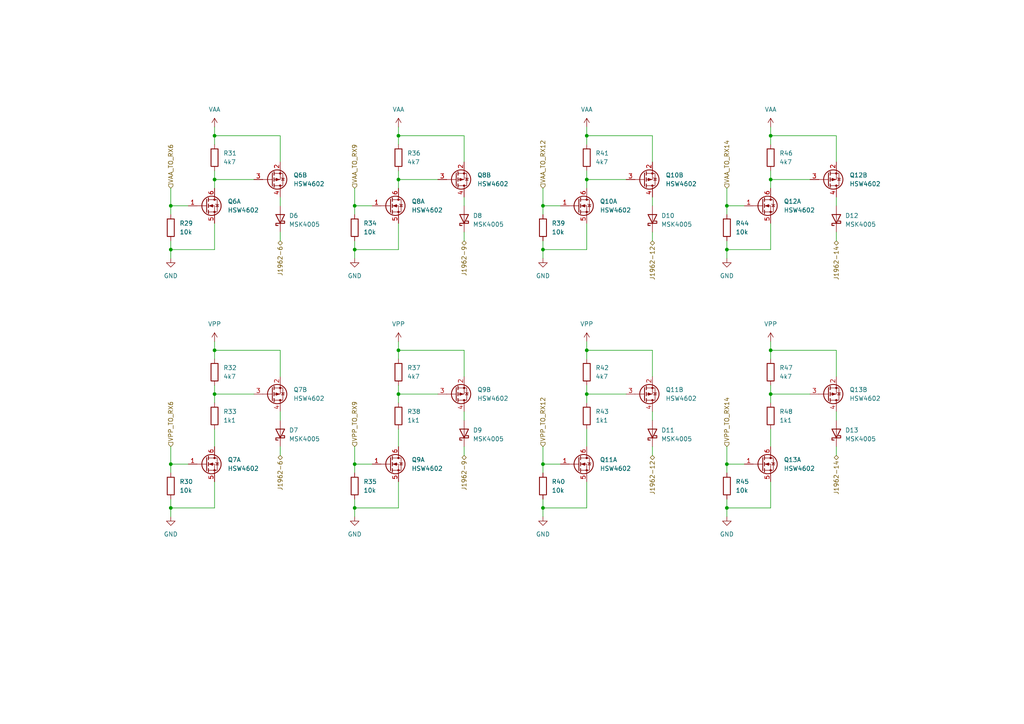
<source format=kicad_sch>
(kicad_sch (version 20211123) (generator eeschema)

  (uuid 2894b921-0f03-4b6b-b130-33c9001784b9)

  (paper "A4")

  (title_block
    (title "Chrysler Scanner")
    (date "2023-06-25")
    (rev "V2.11")
    (company "andy@britishideas.com")
    (comment 1 "V210/ChryslerScanner_V210/schematic/ChryslerScanner_V210_schematic.pdf")
    (comment 2 "Developed From: https://github.com/laszlodaniel/ChryslerScanner/blob/master/PCB/")
    (comment 3 "GPL V3 LICENSE")
  )

  (lib_symbols
    (symbol "ChryslerScanner:HSW4602" (pin_names hide) (in_bom yes) (on_board yes)
      (property "Reference" "Q" (id 0) (at 5.08 1.905 0)
        (effects (font (size 1.27 1.27)) (justify left))
      )
      (property "Value" "HSW4602" (id 1) (at 5.08 0 0)
        (effects (font (size 1.27 1.27)) (justify left))
      )
      (property "Footprint" "Package_TO_SOT_SMD:SOT-23-6" (id 2) (at 5.08 -1.905 0)
        (effects (font (size 1.27 1.27)) (justify left) hide)
      )
      (property "Datasheet" "" (id 3) (at 2.54 0 0)
        (effects (font (size 1.27 1.27)) (justify left) hide)
      )
      (property "ki_keywords" "Dual HEXFET N-Channel P-Channel MOSFET" (id 4) (at 0 0 0)
        (effects (font (size 1.27 1.27)) hide)
      )
      (property "ki_fp_filters" "SOIC*3.9x4.9mm*P1.27mm*" (id 5) (at 0 0 0)
        (effects (font (size 1.27 1.27)) hide)
      )
      (symbol "HSW4602_0_1"
        (polyline
          (pts
            (xy 0.254 0)
            (xy -2.54 0)
          )
          (stroke (width 0) (type default) (color 0 0 0 0))
          (fill (type none))
        )
        (polyline
          (pts
            (xy 0.254 1.905)
            (xy 0.254 -1.905)
          )
          (stroke (width 0.254) (type default) (color 0 0 0 0))
          (fill (type none))
        )
        (polyline
          (pts
            (xy 0.762 -1.27)
            (xy 0.762 -2.286)
          )
          (stroke (width 0.254) (type default) (color 0 0 0 0))
          (fill (type none))
        )
        (polyline
          (pts
            (xy 0.762 0.508)
            (xy 0.762 -0.508)
          )
          (stroke (width 0.254) (type default) (color 0 0 0 0))
          (fill (type none))
        )
        (polyline
          (pts
            (xy 0.762 2.286)
            (xy 0.762 1.27)
          )
          (stroke (width 0.254) (type default) (color 0 0 0 0))
          (fill (type none))
        )
        (polyline
          (pts
            (xy 2.54 2.54)
            (xy 2.54 1.778)
          )
          (stroke (width 0) (type default) (color 0 0 0 0))
          (fill (type none))
        )
        (polyline
          (pts
            (xy 2.54 -2.54)
            (xy 2.54 0)
            (xy 0.762 0)
          )
          (stroke (width 0) (type default) (color 0 0 0 0))
          (fill (type none))
        )
        (polyline
          (pts
            (xy 0.762 -1.778)
            (xy 3.302 -1.778)
            (xy 3.302 1.778)
            (xy 0.762 1.778)
          )
          (stroke (width 0) (type default) (color 0 0 0 0))
          (fill (type none))
        )
        (circle (center 1.651 0) (radius 2.794)
          (stroke (width 0.254) (type default) (color 0 0 0 0))
          (fill (type none))
        )
        (circle (center 2.54 -1.778) (radius 0.254)
          (stroke (width 0) (type default) (color 0 0 0 0))
          (fill (type outline))
        )
        (circle (center 2.54 1.778) (radius 0.254)
          (stroke (width 0) (type default) (color 0 0 0 0))
          (fill (type outline))
        )
      )
      (symbol "HSW4602_1_1"
        (polyline
          (pts
            (xy 1.016 0)
            (xy 2.032 0.381)
            (xy 2.032 -0.381)
            (xy 1.016 0)
          )
          (stroke (width 0) (type default) (color 0 0 0 0))
          (fill (type outline))
        )
        (polyline
          (pts
            (xy 2.794 0.508)
            (xy 2.921 0.381)
            (xy 3.683 0.381)
            (xy 3.81 0.254)
          )
          (stroke (width 0) (type default) (color 0 0 0 0))
          (fill (type none))
        )
        (polyline
          (pts
            (xy 3.302 0.381)
            (xy 2.921 -0.254)
            (xy 3.683 -0.254)
            (xy 3.302 0.381)
          )
          (stroke (width 0) (type default) (color 0 0 0 0))
          (fill (type none))
        )
        (pin input line (at -5.08 0 0) (length 2.54)
          (name "G" (effects (font (size 1.27 1.27))))
          (number "1" (effects (font (size 1.27 1.27))))
        )
        (pin passive line (at 2.54 -5.08 90) (length 2.54)
          (name "S" (effects (font (size 1.27 1.27))))
          (number "5" (effects (font (size 1.27 1.27))))
        )
        (pin passive line (at 2.54 5.08 270) (length 2.54)
          (name "D" (effects (font (size 1.27 1.27))))
          (number "6" (effects (font (size 1.27 1.27))))
        )
      )
      (symbol "HSW4602_2_1"
        (polyline
          (pts
            (xy 2.286 0)
            (xy 1.27 0.381)
            (xy 1.27 -0.381)
            (xy 2.286 0)
          )
          (stroke (width 0) (type default) (color 0 0 0 0))
          (fill (type outline))
        )
        (polyline
          (pts
            (xy 2.794 -0.508)
            (xy 2.921 -0.381)
            (xy 3.683 -0.381)
            (xy 3.81 -0.254)
          )
          (stroke (width 0) (type default) (color 0 0 0 0))
          (fill (type none))
        )
        (polyline
          (pts
            (xy 3.302 -0.381)
            (xy 2.921 0.254)
            (xy 3.683 0.254)
            (xy 3.302 -0.381)
          )
          (stroke (width 0) (type default) (color 0 0 0 0))
          (fill (type none))
        )
        (pin passive line (at 2.54 -5.08 90) (length 2.54)
          (name "1" (effects (font (size 1.27 1.27))))
          (number "2" (effects (font (size 1.27 1.27))))
        )
        (pin input line (at -5.08 0 0) (length 2.54)
          (name "G" (effects (font (size 1.27 1.27))))
          (number "3" (effects (font (size 1.27 1.27))))
        )
        (pin passive line (at 2.54 5.08 270) (length 2.54)
          (name "D" (effects (font (size 1.27 1.27))))
          (number "4" (effects (font (size 1.27 1.27))))
        )
      )
    )
    (symbol "Device:D_Schottky" (pin_numbers hide) (pin_names (offset 1.016) hide) (in_bom yes) (on_board yes)
      (property "Reference" "D" (id 0) (at 0 2.54 0)
        (effects (font (size 1.27 1.27)))
      )
      (property "Value" "D_Schottky" (id 1) (at 0 -2.54 0)
        (effects (font (size 1.27 1.27)))
      )
      (property "Footprint" "" (id 2) (at 0 0 0)
        (effects (font (size 1.27 1.27)) hide)
      )
      (property "Datasheet" "~" (id 3) (at 0 0 0)
        (effects (font (size 1.27 1.27)) hide)
      )
      (property "ki_keywords" "diode Schottky" (id 4) (at 0 0 0)
        (effects (font (size 1.27 1.27)) hide)
      )
      (property "ki_description" "Schottky diode" (id 5) (at 0 0 0)
        (effects (font (size 1.27 1.27)) hide)
      )
      (property "ki_fp_filters" "TO-???* *_Diode_* *SingleDiode* D_*" (id 6) (at 0 0 0)
        (effects (font (size 1.27 1.27)) hide)
      )
      (symbol "D_Schottky_0_1"
        (polyline
          (pts
            (xy 1.27 0)
            (xy -1.27 0)
          )
          (stroke (width 0) (type default) (color 0 0 0 0))
          (fill (type none))
        )
        (polyline
          (pts
            (xy 1.27 1.27)
            (xy 1.27 -1.27)
            (xy -1.27 0)
            (xy 1.27 1.27)
          )
          (stroke (width 0.254) (type default) (color 0 0 0 0))
          (fill (type none))
        )
        (polyline
          (pts
            (xy -1.905 0.635)
            (xy -1.905 1.27)
            (xy -1.27 1.27)
            (xy -1.27 -1.27)
            (xy -0.635 -1.27)
            (xy -0.635 -0.635)
          )
          (stroke (width 0.254) (type default) (color 0 0 0 0))
          (fill (type none))
        )
      )
      (symbol "D_Schottky_1_1"
        (pin passive line (at -3.81 0 0) (length 2.54)
          (name "K" (effects (font (size 1.27 1.27))))
          (number "1" (effects (font (size 1.27 1.27))))
        )
        (pin passive line (at 3.81 0 180) (length 2.54)
          (name "A" (effects (font (size 1.27 1.27))))
          (number "2" (effects (font (size 1.27 1.27))))
        )
      )
    )
    (symbol "Device:R" (pin_numbers hide) (pin_names (offset 0)) (in_bom yes) (on_board yes)
      (property "Reference" "R" (id 0) (at 2.032 0 90)
        (effects (font (size 1.27 1.27)))
      )
      (property "Value" "R" (id 1) (at 0 0 90)
        (effects (font (size 1.27 1.27)))
      )
      (property "Footprint" "" (id 2) (at -1.778 0 90)
        (effects (font (size 1.27 1.27)) hide)
      )
      (property "Datasheet" "~" (id 3) (at 0 0 0)
        (effects (font (size 1.27 1.27)) hide)
      )
      (property "ki_keywords" "R res resistor" (id 4) (at 0 0 0)
        (effects (font (size 1.27 1.27)) hide)
      )
      (property "ki_description" "Resistor" (id 5) (at 0 0 0)
        (effects (font (size 1.27 1.27)) hide)
      )
      (property "ki_fp_filters" "R_*" (id 6) (at 0 0 0)
        (effects (font (size 1.27 1.27)) hide)
      )
      (symbol "R_0_1"
        (rectangle (start -1.016 -2.54) (end 1.016 2.54)
          (stroke (width 0.254) (type default) (color 0 0 0 0))
          (fill (type none))
        )
      )
      (symbol "R_1_1"
        (pin passive line (at 0 3.81 270) (length 1.27)
          (name "~" (effects (font (size 1.27 1.27))))
          (number "1" (effects (font (size 1.27 1.27))))
        )
        (pin passive line (at 0 -3.81 90) (length 1.27)
          (name "~" (effects (font (size 1.27 1.27))))
          (number "2" (effects (font (size 1.27 1.27))))
        )
      )
    )
    (symbol "power:GND" (power) (pin_names (offset 0)) (in_bom yes) (on_board yes)
      (property "Reference" "#PWR" (id 0) (at 0 -6.35 0)
        (effects (font (size 1.27 1.27)) hide)
      )
      (property "Value" "GND" (id 1) (at 0 -3.81 0)
        (effects (font (size 1.27 1.27)))
      )
      (property "Footprint" "" (id 2) (at 0 0 0)
        (effects (font (size 1.27 1.27)) hide)
      )
      (property "Datasheet" "" (id 3) (at 0 0 0)
        (effects (font (size 1.27 1.27)) hide)
      )
      (property "ki_keywords" "power-flag" (id 4) (at 0 0 0)
        (effects (font (size 1.27 1.27)) hide)
      )
      (property "ki_description" "Power symbol creates a global label with name \"GND\" , ground" (id 5) (at 0 0 0)
        (effects (font (size 1.27 1.27)) hide)
      )
      (symbol "GND_0_1"
        (polyline
          (pts
            (xy 0 0)
            (xy 0 -1.27)
            (xy 1.27 -1.27)
            (xy 0 -2.54)
            (xy -1.27 -1.27)
            (xy 0 -1.27)
          )
          (stroke (width 0) (type default) (color 0 0 0 0))
          (fill (type none))
        )
      )
      (symbol "GND_1_1"
        (pin power_in line (at 0 0 270) (length 0) hide
          (name "GND" (effects (font (size 1.27 1.27))))
          (number "1" (effects (font (size 1.27 1.27))))
        )
      )
    )
    (symbol "power:VAA" (power) (pin_names (offset 0)) (in_bom yes) (on_board yes)
      (property "Reference" "#PWR" (id 0) (at 0 -3.81 0)
        (effects (font (size 1.27 1.27)) hide)
      )
      (property "Value" "VAA" (id 1) (at 0 3.81 0)
        (effects (font (size 1.27 1.27)))
      )
      (property "Footprint" "" (id 2) (at 0 0 0)
        (effects (font (size 1.27 1.27)) hide)
      )
      (property "Datasheet" "" (id 3) (at 0 0 0)
        (effects (font (size 1.27 1.27)) hide)
      )
      (property "ki_keywords" "power-flag" (id 4) (at 0 0 0)
        (effects (font (size 1.27 1.27)) hide)
      )
      (property "ki_description" "Power symbol creates a global label with name \"VAA\"" (id 5) (at 0 0 0)
        (effects (font (size 1.27 1.27)) hide)
      )
      (symbol "VAA_0_1"
        (polyline
          (pts
            (xy -0.762 1.27)
            (xy 0 2.54)
          )
          (stroke (width 0) (type default) (color 0 0 0 0))
          (fill (type none))
        )
        (polyline
          (pts
            (xy 0 0)
            (xy 0 2.54)
          )
          (stroke (width 0) (type default) (color 0 0 0 0))
          (fill (type none))
        )
        (polyline
          (pts
            (xy 0 2.54)
            (xy 0.762 1.27)
          )
          (stroke (width 0) (type default) (color 0 0 0 0))
          (fill (type none))
        )
      )
      (symbol "VAA_1_1"
        (pin power_in line (at 0 0 90) (length 0) hide
          (name "VAA" (effects (font (size 1.27 1.27))))
          (number "1" (effects (font (size 1.27 1.27))))
        )
      )
    )
    (symbol "power:VPP" (power) (pin_names (offset 0)) (in_bom yes) (on_board yes)
      (property "Reference" "#PWR" (id 0) (at 0 -3.81 0)
        (effects (font (size 1.27 1.27)) hide)
      )
      (property "Value" "VPP" (id 1) (at 0 3.81 0)
        (effects (font (size 1.27 1.27)))
      )
      (property "Footprint" "" (id 2) (at 0 0 0)
        (effects (font (size 1.27 1.27)) hide)
      )
      (property "Datasheet" "" (id 3) (at 0 0 0)
        (effects (font (size 1.27 1.27)) hide)
      )
      (property "ki_keywords" "power-flag" (id 4) (at 0 0 0)
        (effects (font (size 1.27 1.27)) hide)
      )
      (property "ki_description" "Power symbol creates a global label with name \"VPP\"" (id 5) (at 0 0 0)
        (effects (font (size 1.27 1.27)) hide)
      )
      (symbol "VPP_0_1"
        (polyline
          (pts
            (xy -0.762 1.27)
            (xy 0 2.54)
          )
          (stroke (width 0) (type default) (color 0 0 0 0))
          (fill (type none))
        )
        (polyline
          (pts
            (xy 0 0)
            (xy 0 2.54)
          )
          (stroke (width 0) (type default) (color 0 0 0 0))
          (fill (type none))
        )
        (polyline
          (pts
            (xy 0 2.54)
            (xy 0.762 1.27)
          )
          (stroke (width 0) (type default) (color 0 0 0 0))
          (fill (type none))
        )
      )
      (symbol "VPP_1_1"
        (pin power_in line (at 0 0 90) (length 0) hide
          (name "VPP" (effects (font (size 1.27 1.27))))
          (number "1" (effects (font (size 1.27 1.27))))
        )
      )
    )
  )

  (junction (at 210.82 134.62) (diameter 0) (color 0 0 0 0)
    (uuid 0457644b-b74a-4d0f-93b9-2117bc030434)
  )
  (junction (at 223.52 39.37) (diameter 0) (color 0 0 0 0)
    (uuid 05e32bb3-2bac-4de6-82a9-8beadafeca20)
  )
  (junction (at 157.48 59.69) (diameter 0) (color 0 0 0 0)
    (uuid 1724fd6e-bf8c-4f35-8043-9bcf2d4a2ba1)
  )
  (junction (at 62.23 39.37) (diameter 0) (color 0 0 0 0)
    (uuid 255936a1-9012-428e-94a0-1a3642a7776a)
  )
  (junction (at 170.18 101.6) (diameter 0) (color 0 0 0 0)
    (uuid 2fdfdd21-140d-4725-a8ce-9b310184e279)
  )
  (junction (at 210.82 72.39) (diameter 0) (color 0 0 0 0)
    (uuid 306f32b1-d556-4a3f-a33c-450e928a614f)
  )
  (junction (at 157.48 72.39) (diameter 0) (color 0 0 0 0)
    (uuid 37c0d1d2-553d-47a4-b430-ee5c9f15da4e)
  )
  (junction (at 115.57 52.07) (diameter 0) (color 0 0 0 0)
    (uuid 538f763d-23a7-468b-95c3-b8d90cd81098)
  )
  (junction (at 62.23 101.6) (diameter 0) (color 0 0 0 0)
    (uuid 59d00721-49de-4db8-a88a-c9134f05c9bd)
  )
  (junction (at 62.23 52.07) (diameter 0) (color 0 0 0 0)
    (uuid 5fc4fafe-396e-4765-8336-c6f95490faab)
  )
  (junction (at 49.53 147.32) (diameter 0) (color 0 0 0 0)
    (uuid 60668900-54ea-4a90-9592-4e3564e94105)
  )
  (junction (at 115.57 39.37) (diameter 0) (color 0 0 0 0)
    (uuid 614e4f0f-824b-4d7e-9ed7-176b82a9ea2f)
  )
  (junction (at 102.87 147.32) (diameter 0) (color 0 0 0 0)
    (uuid 615b428d-c905-4835-b837-aac92e940389)
  )
  (junction (at 223.52 52.07) (diameter 0) (color 0 0 0 0)
    (uuid 6d105db4-621e-4690-aadd-55e816099880)
  )
  (junction (at 210.82 147.32) (diameter 0) (color 0 0 0 0)
    (uuid 6edc02dd-799e-4aec-af85-2c4221e069a8)
  )
  (junction (at 210.82 59.69) (diameter 0) (color 0 0 0 0)
    (uuid 75c97fe7-a684-45a1-99c4-10284e8be0e9)
  )
  (junction (at 170.18 114.3) (diameter 0) (color 0 0 0 0)
    (uuid 7d775214-89f5-446c-a3e9-5b03940fd6e1)
  )
  (junction (at 115.57 114.3) (diameter 0) (color 0 0 0 0)
    (uuid 80a65d88-1598-41ee-bbef-cd85f62c3fc9)
  )
  (junction (at 170.18 52.07) (diameter 0) (color 0 0 0 0)
    (uuid 813c9de3-048c-4a9c-bbdc-694bcabbaae6)
  )
  (junction (at 102.87 72.39) (diameter 0) (color 0 0 0 0)
    (uuid 8f7451a8-0591-4319-a4b2-f09d388aff6e)
  )
  (junction (at 157.48 147.32) (diameter 0) (color 0 0 0 0)
    (uuid b14970cc-7165-40ff-a328-3ffaa3d7cdb6)
  )
  (junction (at 115.57 101.6) (diameter 0) (color 0 0 0 0)
    (uuid b3460250-c3bc-48b3-b280-469e1214f3ef)
  )
  (junction (at 102.87 59.69) (diameter 0) (color 0 0 0 0)
    (uuid ba78d7a8-cc0f-42df-a614-c3c8b28009c3)
  )
  (junction (at 49.53 134.62) (diameter 0) (color 0 0 0 0)
    (uuid beb0dba1-fc76-45da-b978-3db17371853f)
  )
  (junction (at 223.52 101.6) (diameter 0) (color 0 0 0 0)
    (uuid c6dc947a-3488-4ab1-a256-98e9f95a9fb0)
  )
  (junction (at 49.53 72.39) (diameter 0) (color 0 0 0 0)
    (uuid c956f449-d79f-4160-b4a5-09eac9a1bb21)
  )
  (junction (at 49.53 59.69) (diameter 0) (color 0 0 0 0)
    (uuid e1458862-2e68-41cd-92d4-69cd8da8fbc8)
  )
  (junction (at 223.52 114.3) (diameter 0) (color 0 0 0 0)
    (uuid e6791335-4996-49fe-b6b3-b5fa48571ae8)
  )
  (junction (at 102.87 134.62) (diameter 0) (color 0 0 0 0)
    (uuid e8e4bfd7-3570-467f-bf50-dd375b4788ac)
  )
  (junction (at 157.48 134.62) (diameter 0) (color 0 0 0 0)
    (uuid ecb6fe4b-30c6-4afc-8888-efe112f6469e)
  )
  (junction (at 62.23 114.3) (diameter 0) (color 0 0 0 0)
    (uuid efad2d68-005d-4951-bd69-1793bf75a89e)
  )
  (junction (at 170.18 39.37) (diameter 0) (color 0 0 0 0)
    (uuid f9f9941d-aaf2-4638-ae8a-737c329bbf97)
  )

  (wire (pts (xy 215.9 59.69) (xy 210.82 59.69))
    (stroke (width 0) (type default) (color 0 0 0 0))
    (uuid 02517c44-8bca-4134-9c5b-38dee4b2bb99)
  )
  (wire (pts (xy 49.53 54.61) (xy 49.53 59.69))
    (stroke (width 0) (type default) (color 0 0 0 0))
    (uuid 0349b769-a948-4eac-b276-33553d53f96f)
  )
  (wire (pts (xy 157.48 134.62) (xy 157.48 137.16))
    (stroke (width 0) (type default) (color 0 0 0 0))
    (uuid 042e1758-0395-4b51-8f3a-3f4d88ea4a07)
  )
  (wire (pts (xy 242.57 109.22) (xy 242.57 101.6))
    (stroke (width 0) (type default) (color 0 0 0 0))
    (uuid 05d733c2-e661-43d8-ac72-a29d4ff05d55)
  )
  (wire (pts (xy 107.95 134.62) (xy 102.87 134.62))
    (stroke (width 0) (type default) (color 0 0 0 0))
    (uuid 0776ee44-577e-47b7-9051-6c57891f888a)
  )
  (wire (pts (xy 189.23 101.6) (xy 170.18 101.6))
    (stroke (width 0) (type default) (color 0 0 0 0))
    (uuid 0a1b1bdf-b019-4187-a04a-b674816bb294)
  )
  (wire (pts (xy 157.48 129.54) (xy 157.48 134.62))
    (stroke (width 0) (type default) (color 0 0 0 0))
    (uuid 0b063f94-dbe8-4983-8ba9-003787a2cd51)
  )
  (wire (pts (xy 223.52 52.07) (xy 234.95 52.07))
    (stroke (width 0) (type default) (color 0 0 0 0))
    (uuid 0b4127ad-7cc0-4c0a-8402-7567fc41d5b5)
  )
  (wire (pts (xy 189.23 57.15) (xy 189.23 59.69))
    (stroke (width 0) (type default) (color 0 0 0 0))
    (uuid 0b864410-d7fb-403a-a878-87fd5362a03a)
  )
  (wire (pts (xy 115.57 49.53) (xy 115.57 52.07))
    (stroke (width 0) (type default) (color 0 0 0 0))
    (uuid 0d329e19-cd41-4ed9-922d-a5e60125a859)
  )
  (wire (pts (xy 134.62 109.22) (xy 134.62 101.6))
    (stroke (width 0) (type default) (color 0 0 0 0))
    (uuid 0fec2abf-0d8c-4bc7-b1d6-57aa5e12a266)
  )
  (wire (pts (xy 223.52 124.46) (xy 223.52 129.54))
    (stroke (width 0) (type default) (color 0 0 0 0))
    (uuid 14add4df-ac14-4450-8d7d-268d1c467f22)
  )
  (wire (pts (xy 62.23 147.32) (xy 49.53 147.32))
    (stroke (width 0) (type default) (color 0 0 0 0))
    (uuid 14e8d034-9c58-480c-81bf-d6b51f9e6c0e)
  )
  (wire (pts (xy 162.56 134.62) (xy 157.48 134.62))
    (stroke (width 0) (type default) (color 0 0 0 0))
    (uuid 14f2a1c4-e96b-40aa-891e-a08fbb96ac3b)
  )
  (wire (pts (xy 242.57 67.31) (xy 242.57 69.85))
    (stroke (width 0) (type default) (color 0 0 0 0))
    (uuid 17dacfc4-a6a2-4951-abb2-dd4501c81160)
  )
  (wire (pts (xy 134.62 101.6) (xy 115.57 101.6))
    (stroke (width 0) (type default) (color 0 0 0 0))
    (uuid 18730381-8f40-458e-b012-0ba8b5c42338)
  )
  (wire (pts (xy 189.23 39.37) (xy 170.18 39.37))
    (stroke (width 0) (type default) (color 0 0 0 0))
    (uuid 1aa867a0-3c72-494d-a8e1-0f79c69b89f4)
  )
  (wire (pts (xy 189.23 129.54) (xy 189.23 132.08))
    (stroke (width 0) (type default) (color 0 0 0 0))
    (uuid 1ff8082e-e1de-4174-8f31-0fed9ec63e78)
  )
  (wire (pts (xy 102.87 144.78) (xy 102.87 147.32))
    (stroke (width 0) (type default) (color 0 0 0 0))
    (uuid 2152f935-0cf2-4268-962c-fd0737f10e43)
  )
  (wire (pts (xy 223.52 99.06) (xy 223.52 101.6))
    (stroke (width 0) (type default) (color 0 0 0 0))
    (uuid 22120bd7-488c-4d7c-84d3-c6f65483b5de)
  )
  (wire (pts (xy 215.9 134.62) (xy 210.82 134.62))
    (stroke (width 0) (type default) (color 0 0 0 0))
    (uuid 225bcd2a-d56b-4818-9d06-53e6deadf42c)
  )
  (wire (pts (xy 49.53 144.78) (xy 49.53 147.32))
    (stroke (width 0) (type default) (color 0 0 0 0))
    (uuid 23b610b4-0505-419f-bbc0-ad6c1b9c97ba)
  )
  (wire (pts (xy 102.87 147.32) (xy 102.87 149.86))
    (stroke (width 0) (type default) (color 0 0 0 0))
    (uuid 23e93541-9520-47b9-9f22-473f1c4c05e3)
  )
  (wire (pts (xy 102.87 134.62) (xy 102.87 137.16))
    (stroke (width 0) (type default) (color 0 0 0 0))
    (uuid 24f69641-241d-4e6b-afc4-57ac52e2c4d4)
  )
  (wire (pts (xy 210.82 72.39) (xy 210.82 74.93))
    (stroke (width 0) (type default) (color 0 0 0 0))
    (uuid 285d5023-7f42-4059-81c1-1163c65c1ed0)
  )
  (wire (pts (xy 157.48 59.69) (xy 157.48 62.23))
    (stroke (width 0) (type default) (color 0 0 0 0))
    (uuid 2a370970-5431-4228-8232-f9e49b9e4f9d)
  )
  (wire (pts (xy 62.23 39.37) (xy 62.23 41.91))
    (stroke (width 0) (type default) (color 0 0 0 0))
    (uuid 2a94f886-4940-49f5-9103-f6f4c86a7965)
  )
  (wire (pts (xy 49.53 69.85) (xy 49.53 72.39))
    (stroke (width 0) (type default) (color 0 0 0 0))
    (uuid 2b09150a-a722-4aca-9e08-ee61029d5615)
  )
  (wire (pts (xy 170.18 39.37) (xy 170.18 41.91))
    (stroke (width 0) (type default) (color 0 0 0 0))
    (uuid 2bd9eab6-f71d-4168-8fa3-73ea282d77e3)
  )
  (wire (pts (xy 81.28 46.99) (xy 81.28 39.37))
    (stroke (width 0) (type default) (color 0 0 0 0))
    (uuid 2cacc06d-4d02-4432-abee-903bee5e0c69)
  )
  (wire (pts (xy 170.18 111.76) (xy 170.18 114.3))
    (stroke (width 0) (type default) (color 0 0 0 0))
    (uuid 2cb97479-7f3f-46aa-bd14-70ce6af86a9a)
  )
  (wire (pts (xy 115.57 52.07) (xy 115.57 54.61))
    (stroke (width 0) (type default) (color 0 0 0 0))
    (uuid 2d57d120-959b-4219-a060-dc8a58e627b0)
  )
  (wire (pts (xy 223.52 36.83) (xy 223.52 39.37))
    (stroke (width 0) (type default) (color 0 0 0 0))
    (uuid 2e5d9890-fcfb-433d-a560-f3e7e3b53b0f)
  )
  (wire (pts (xy 189.23 67.31) (xy 189.23 69.85))
    (stroke (width 0) (type default) (color 0 0 0 0))
    (uuid 307c182d-f86a-41e2-8a6f-bd0b8eee4033)
  )
  (wire (pts (xy 242.57 129.54) (xy 242.57 132.08))
    (stroke (width 0) (type default) (color 0 0 0 0))
    (uuid 30961fc3-d75c-4f7d-8e9d-cb1ec93c6acb)
  )
  (wire (pts (xy 62.23 36.83) (xy 62.23 39.37))
    (stroke (width 0) (type default) (color 0 0 0 0))
    (uuid 33845f6e-c7c4-4028-addc-14d7a1c0cadb)
  )
  (wire (pts (xy 49.53 147.32) (xy 49.53 149.86))
    (stroke (width 0) (type default) (color 0 0 0 0))
    (uuid 3954c7cc-98e1-4b42-ad8f-3234b03df1cb)
  )
  (wire (pts (xy 170.18 139.7) (xy 170.18 147.32))
    (stroke (width 0) (type default) (color 0 0 0 0))
    (uuid 39c41058-74be-4ce6-a102-c13641c49c71)
  )
  (wire (pts (xy 102.87 59.69) (xy 102.87 62.23))
    (stroke (width 0) (type default) (color 0 0 0 0))
    (uuid 3cb69ee1-97a0-4ef7-91d2-957a2acaeb54)
  )
  (wire (pts (xy 210.82 144.78) (xy 210.82 147.32))
    (stroke (width 0) (type default) (color 0 0 0 0))
    (uuid 3cf61458-fd26-4a91-8d3f-15685f554a38)
  )
  (wire (pts (xy 170.18 72.39) (xy 157.48 72.39))
    (stroke (width 0) (type default) (color 0 0 0 0))
    (uuid 44efaf22-4278-4120-ac45-becedbad3b3f)
  )
  (wire (pts (xy 189.23 109.22) (xy 189.23 101.6))
    (stroke (width 0) (type default) (color 0 0 0 0))
    (uuid 45fa3aca-f5d8-4b96-bb97-fe7672e99ea5)
  )
  (wire (pts (xy 102.87 54.61) (xy 102.87 59.69))
    (stroke (width 0) (type default) (color 0 0 0 0))
    (uuid 4cbb5370-cba7-480c-80ac-272fa6dd8661)
  )
  (wire (pts (xy 62.23 114.3) (xy 73.66 114.3))
    (stroke (width 0) (type default) (color 0 0 0 0))
    (uuid 4d6e8097-34c4-494e-a40a-ea82725df372)
  )
  (wire (pts (xy 223.52 139.7) (xy 223.52 147.32))
    (stroke (width 0) (type default) (color 0 0 0 0))
    (uuid 4fb9f271-6878-43ce-947a-798cf3f4479c)
  )
  (wire (pts (xy 115.57 72.39) (xy 102.87 72.39))
    (stroke (width 0) (type default) (color 0 0 0 0))
    (uuid 514e5e1f-6014-4cb8-8786-f60a6bbb6103)
  )
  (wire (pts (xy 210.82 147.32) (xy 210.82 149.86))
    (stroke (width 0) (type default) (color 0 0 0 0))
    (uuid 53a93591-818d-467c-9231-538e24937c29)
  )
  (wire (pts (xy 157.48 147.32) (xy 157.48 149.86))
    (stroke (width 0) (type default) (color 0 0 0 0))
    (uuid 545b8927-68de-466d-adba-3512001c0562)
  )
  (wire (pts (xy 170.18 49.53) (xy 170.18 52.07))
    (stroke (width 0) (type default) (color 0 0 0 0))
    (uuid 54b3bdbd-9df2-4aa0-be61-389be1fdccb8)
  )
  (wire (pts (xy 49.53 59.69) (xy 49.53 62.23))
    (stroke (width 0) (type default) (color 0 0 0 0))
    (uuid 5a725c21-539c-42f9-adf8-0887f36f14c7)
  )
  (wire (pts (xy 62.23 49.53) (xy 62.23 52.07))
    (stroke (width 0) (type default) (color 0 0 0 0))
    (uuid 5bd9c5d4-a09e-4b82-a6b4-8d069e20660e)
  )
  (wire (pts (xy 223.52 111.76) (xy 223.52 114.3))
    (stroke (width 0) (type default) (color 0 0 0 0))
    (uuid 5c79ba57-4c89-4d97-a788-3c8a012b56ae)
  )
  (wire (pts (xy 102.87 69.85) (xy 102.87 72.39))
    (stroke (width 0) (type default) (color 0 0 0 0))
    (uuid 5d476513-161f-4a14-9e02-a08f3802ab04)
  )
  (wire (pts (xy 62.23 111.76) (xy 62.23 114.3))
    (stroke (width 0) (type default) (color 0 0 0 0))
    (uuid 5e498f04-9e10-4e62-9186-bfb391ddaefa)
  )
  (wire (pts (xy 223.52 64.77) (xy 223.52 72.39))
    (stroke (width 0) (type default) (color 0 0 0 0))
    (uuid 648642c1-12ac-4c6f-84a6-d8e60a056b3d)
  )
  (wire (pts (xy 134.62 67.31) (xy 134.62 69.85))
    (stroke (width 0) (type default) (color 0 0 0 0))
    (uuid 66dd2fab-7305-4383-8365-116eea94caea)
  )
  (wire (pts (xy 157.48 72.39) (xy 157.48 74.93))
    (stroke (width 0) (type default) (color 0 0 0 0))
    (uuid 689100ac-a277-429b-b5a0-4c5a7d21708d)
  )
  (wire (pts (xy 81.28 101.6) (xy 62.23 101.6))
    (stroke (width 0) (type default) (color 0 0 0 0))
    (uuid 69a2baa7-dbfb-411b-9339-670dd0b7d721)
  )
  (wire (pts (xy 115.57 147.32) (xy 102.87 147.32))
    (stroke (width 0) (type default) (color 0 0 0 0))
    (uuid 6adf3ee0-51e8-443f-ad4b-6f7e3bc495f4)
  )
  (wire (pts (xy 223.52 101.6) (xy 223.52 104.14))
    (stroke (width 0) (type default) (color 0 0 0 0))
    (uuid 6d7db0d7-6c3a-4ea0-b3bb-cdc700b84276)
  )
  (wire (pts (xy 115.57 139.7) (xy 115.57 147.32))
    (stroke (width 0) (type default) (color 0 0 0 0))
    (uuid 7117f71f-609b-4270-ac3a-92ca35d97288)
  )
  (wire (pts (xy 49.53 134.62) (xy 49.53 137.16))
    (stroke (width 0) (type default) (color 0 0 0 0))
    (uuid 7363a652-be27-4308-a04b-7b8d35581e75)
  )
  (wire (pts (xy 242.57 46.99) (xy 242.57 39.37))
    (stroke (width 0) (type default) (color 0 0 0 0))
    (uuid 73664122-fea4-464a-aa9c-b147e39bd039)
  )
  (wire (pts (xy 134.62 46.99) (xy 134.62 39.37))
    (stroke (width 0) (type default) (color 0 0 0 0))
    (uuid 741c44fe-7004-4680-97da-3260f1497621)
  )
  (wire (pts (xy 223.52 52.07) (xy 223.52 54.61))
    (stroke (width 0) (type default) (color 0 0 0 0))
    (uuid 74ec862a-ad3b-4556-bf34-901b26e0fe26)
  )
  (wire (pts (xy 62.23 52.07) (xy 62.23 54.61))
    (stroke (width 0) (type default) (color 0 0 0 0))
    (uuid 768fda21-55bb-4221-834f-5974ffe8a28f)
  )
  (wire (pts (xy 170.18 124.46) (xy 170.18 129.54))
    (stroke (width 0) (type default) (color 0 0 0 0))
    (uuid 76a49fe7-9751-493b-a009-e9c9bf96e933)
  )
  (wire (pts (xy 81.28 119.38) (xy 81.28 121.92))
    (stroke (width 0) (type default) (color 0 0 0 0))
    (uuid 789a17c9-c8c3-4236-9b6b-55aaa8563c29)
  )
  (wire (pts (xy 223.52 49.53) (xy 223.52 52.07))
    (stroke (width 0) (type default) (color 0 0 0 0))
    (uuid 7b54c278-a7f6-463f-bae1-7cf821464d23)
  )
  (wire (pts (xy 62.23 101.6) (xy 62.23 104.14))
    (stroke (width 0) (type default) (color 0 0 0 0))
    (uuid 7bee29a4-fc73-49f1-89d8-15a4ed8d08bc)
  )
  (wire (pts (xy 162.56 59.69) (xy 157.48 59.69))
    (stroke (width 0) (type default) (color 0 0 0 0))
    (uuid 7cdaef39-e325-469a-964d-45d049e0944d)
  )
  (wire (pts (xy 115.57 64.77) (xy 115.57 72.39))
    (stroke (width 0) (type default) (color 0 0 0 0))
    (uuid 7f1027dd-fc95-4edc-86bf-4623f2556ab0)
  )
  (wire (pts (xy 62.23 139.7) (xy 62.23 147.32))
    (stroke (width 0) (type default) (color 0 0 0 0))
    (uuid 7f3f9129-9d17-4a07-b780-e58ba2279877)
  )
  (wire (pts (xy 81.28 129.54) (xy 81.28 132.08))
    (stroke (width 0) (type default) (color 0 0 0 0))
    (uuid 7fd31cbb-25c0-44c8-843e-5e2b25df0a02)
  )
  (wire (pts (xy 81.28 67.31) (xy 81.28 69.85))
    (stroke (width 0) (type default) (color 0 0 0 0))
    (uuid 81cccef4-bf17-4a0a-912d-662947eb70ea)
  )
  (wire (pts (xy 223.52 114.3) (xy 223.52 116.84))
    (stroke (width 0) (type default) (color 0 0 0 0))
    (uuid 851a1a42-f598-4cda-8f9b-a170bcf63351)
  )
  (wire (pts (xy 170.18 101.6) (xy 170.18 104.14))
    (stroke (width 0) (type default) (color 0 0 0 0))
    (uuid 897d4282-21d9-4c50-9f52-df7293e5f0f6)
  )
  (wire (pts (xy 170.18 114.3) (xy 181.61 114.3))
    (stroke (width 0) (type default) (color 0 0 0 0))
    (uuid 8d5595af-97c4-4fff-b5e4-9876c54dd15d)
  )
  (wire (pts (xy 115.57 114.3) (xy 127 114.3))
    (stroke (width 0) (type default) (color 0 0 0 0))
    (uuid 8fa0ce00-e9f5-4422-9d0f-8f5e9aedf898)
  )
  (wire (pts (xy 210.82 129.54) (xy 210.82 134.62))
    (stroke (width 0) (type default) (color 0 0 0 0))
    (uuid 9223a159-789a-439c-9b9a-3e1198fad0ea)
  )
  (wire (pts (xy 102.87 129.54) (xy 102.87 134.62))
    (stroke (width 0) (type default) (color 0 0 0 0))
    (uuid 9431cde9-6094-44bd-99bb-5b5d126ce5ad)
  )
  (wire (pts (xy 242.57 101.6) (xy 223.52 101.6))
    (stroke (width 0) (type default) (color 0 0 0 0))
    (uuid 9509dab0-ba09-49da-957c-509b06c79290)
  )
  (wire (pts (xy 115.57 36.83) (xy 115.57 39.37))
    (stroke (width 0) (type default) (color 0 0 0 0))
    (uuid 95e6e168-ad6b-4d25-96be-c49d9c58c0e8)
  )
  (wire (pts (xy 115.57 52.07) (xy 127 52.07))
    (stroke (width 0) (type default) (color 0 0 0 0))
    (uuid 9d485abb-95f4-4311-a55f-30480d81d390)
  )
  (wire (pts (xy 115.57 124.46) (xy 115.57 129.54))
    (stroke (width 0) (type default) (color 0 0 0 0))
    (uuid 9d6190af-28d6-47aa-b4d0-87f48c608981)
  )
  (wire (pts (xy 210.82 59.69) (xy 210.82 62.23))
    (stroke (width 0) (type default) (color 0 0 0 0))
    (uuid 9dbeb1f4-b353-46fb-8409-1f3e7220f91d)
  )
  (wire (pts (xy 115.57 114.3) (xy 115.57 116.84))
    (stroke (width 0) (type default) (color 0 0 0 0))
    (uuid a125be19-c97e-437f-90c3-f2845f9a05be)
  )
  (wire (pts (xy 62.23 99.06) (xy 62.23 101.6))
    (stroke (width 0) (type default) (color 0 0 0 0))
    (uuid a380088d-ba09-4e5f-b2f6-f20bd7bf6482)
  )
  (wire (pts (xy 223.52 147.32) (xy 210.82 147.32))
    (stroke (width 0) (type default) (color 0 0 0 0))
    (uuid a80b626e-5838-4cc0-9f47-1ecc27dbdc0e)
  )
  (wire (pts (xy 62.23 52.07) (xy 73.66 52.07))
    (stroke (width 0) (type default) (color 0 0 0 0))
    (uuid aa2207da-54a2-4874-b569-de40ecc8e4a0)
  )
  (wire (pts (xy 189.23 46.99) (xy 189.23 39.37))
    (stroke (width 0) (type default) (color 0 0 0 0))
    (uuid ab78a0c8-c9ea-4ab9-84e3-f10079caf72a)
  )
  (wire (pts (xy 62.23 64.77) (xy 62.23 72.39))
    (stroke (width 0) (type default) (color 0 0 0 0))
    (uuid ac1f3ff6-72a4-4855-9728-189cf0c03b00)
  )
  (wire (pts (xy 170.18 52.07) (xy 170.18 54.61))
    (stroke (width 0) (type default) (color 0 0 0 0))
    (uuid adbe5c1a-6ef9-45a9-a95b-b3a5921b3b5d)
  )
  (wire (pts (xy 210.82 134.62) (xy 210.82 137.16))
    (stroke (width 0) (type default) (color 0 0 0 0))
    (uuid af31c722-4b4f-43f1-97ff-8e8694992e8a)
  )
  (wire (pts (xy 134.62 119.38) (xy 134.62 121.92))
    (stroke (width 0) (type default) (color 0 0 0 0))
    (uuid b03b382c-91fe-4692-9b4e-a8e13c1b60ad)
  )
  (wire (pts (xy 62.23 124.46) (xy 62.23 129.54))
    (stroke (width 0) (type default) (color 0 0 0 0))
    (uuid b11a077c-3b66-48fd-9f13-3a57f0d2953b)
  )
  (wire (pts (xy 115.57 111.76) (xy 115.57 114.3))
    (stroke (width 0) (type default) (color 0 0 0 0))
    (uuid b44d3279-4a32-47f7-93dd-eadd118ce2e3)
  )
  (wire (pts (xy 102.87 72.39) (xy 102.87 74.93))
    (stroke (width 0) (type default) (color 0 0 0 0))
    (uuid b493f73f-47ee-41c9-baa8-3aef9c69da33)
  )
  (wire (pts (xy 49.53 72.39) (xy 49.53 74.93))
    (stroke (width 0) (type default) (color 0 0 0 0))
    (uuid b73acfe7-36b1-4677-b257-0e6003a7fa02)
  )
  (wire (pts (xy 170.18 52.07) (xy 181.61 52.07))
    (stroke (width 0) (type default) (color 0 0 0 0))
    (uuid b8316a36-452d-491b-a030-41873578c5d2)
  )
  (wire (pts (xy 170.18 64.77) (xy 170.18 72.39))
    (stroke (width 0) (type default) (color 0 0 0 0))
    (uuid bb140aeb-fd4e-47a2-a936-9af2c826af95)
  )
  (wire (pts (xy 157.48 144.78) (xy 157.48 147.32))
    (stroke (width 0) (type default) (color 0 0 0 0))
    (uuid bd03cdbc-f86f-4894-b763-9f818f608160)
  )
  (wire (pts (xy 81.28 57.15) (xy 81.28 59.69))
    (stroke (width 0) (type default) (color 0 0 0 0))
    (uuid ce0132cb-026d-47ec-972b-43ba8eef6ee4)
  )
  (wire (pts (xy 115.57 39.37) (xy 115.57 41.91))
    (stroke (width 0) (type default) (color 0 0 0 0))
    (uuid ce6639b6-1265-4af2-804b-0ffff8a9ecb5)
  )
  (wire (pts (xy 242.57 39.37) (xy 223.52 39.37))
    (stroke (width 0) (type default) (color 0 0 0 0))
    (uuid cf722a40-691b-4cec-ba5f-9ddcacfb17e9)
  )
  (wire (pts (xy 170.18 114.3) (xy 170.18 116.84))
    (stroke (width 0) (type default) (color 0 0 0 0))
    (uuid d2a090a2-0cb6-472c-9000-f9672620b387)
  )
  (wire (pts (xy 54.61 59.69) (xy 49.53 59.69))
    (stroke (width 0) (type default) (color 0 0 0 0))
    (uuid d5a0ca89-c43a-4623-9cd0-bad763f6b0a5)
  )
  (wire (pts (xy 223.52 39.37) (xy 223.52 41.91))
    (stroke (width 0) (type default) (color 0 0 0 0))
    (uuid d5bfcfaa-a0ca-4b15-a1ef-c350637514b6)
  )
  (wire (pts (xy 62.23 72.39) (xy 49.53 72.39))
    (stroke (width 0) (type default) (color 0 0 0 0))
    (uuid d9cd9547-a7ca-4076-b39d-d14d1085a46d)
  )
  (wire (pts (xy 210.82 54.61) (xy 210.82 59.69))
    (stroke (width 0) (type default) (color 0 0 0 0))
    (uuid daf7e54b-6d84-4fd8-8099-b8c0c5d1042d)
  )
  (wire (pts (xy 62.23 114.3) (xy 62.23 116.84))
    (stroke (width 0) (type default) (color 0 0 0 0))
    (uuid e06c916e-c6db-4001-8101-6395d6c4f4d6)
  )
  (wire (pts (xy 134.62 39.37) (xy 115.57 39.37))
    (stroke (width 0) (type default) (color 0 0 0 0))
    (uuid e137ae3e-a54c-497e-9d4d-4e26268d2044)
  )
  (wire (pts (xy 189.23 119.38) (xy 189.23 121.92))
    (stroke (width 0) (type default) (color 0 0 0 0))
    (uuid e3dc1b4e-a746-49f7-b675-30ee91c497de)
  )
  (wire (pts (xy 242.57 57.15) (xy 242.57 59.69))
    (stroke (width 0) (type default) (color 0 0 0 0))
    (uuid e3e70665-3cae-4efe-b9b9-8a1795a71d9c)
  )
  (wire (pts (xy 157.48 69.85) (xy 157.48 72.39))
    (stroke (width 0) (type default) (color 0 0 0 0))
    (uuid e6371a70-356a-4160-be77-64368752e1aa)
  )
  (wire (pts (xy 49.53 129.54) (xy 49.53 134.62))
    (stroke (width 0) (type default) (color 0 0 0 0))
    (uuid e826e598-21e7-4889-af93-0c316753b191)
  )
  (wire (pts (xy 134.62 57.15) (xy 134.62 59.69))
    (stroke (width 0) (type default) (color 0 0 0 0))
    (uuid ea465cb4-c9d9-4932-a6bb-2a2bcda5e230)
  )
  (wire (pts (xy 170.18 147.32) (xy 157.48 147.32))
    (stroke (width 0) (type default) (color 0 0 0 0))
    (uuid ea6abe09-8deb-4a80-9004-a984971e6288)
  )
  (wire (pts (xy 107.95 59.69) (xy 102.87 59.69))
    (stroke (width 0) (type default) (color 0 0 0 0))
    (uuid eb5f1323-6806-41d8-99c7-30b834b13675)
  )
  (wire (pts (xy 242.57 119.38) (xy 242.57 121.92))
    (stroke (width 0) (type default) (color 0 0 0 0))
    (uuid ec3844f3-4c14-4048-bfa8-8b3709d967fe)
  )
  (wire (pts (xy 115.57 101.6) (xy 115.57 104.14))
    (stroke (width 0) (type default) (color 0 0 0 0))
    (uuid ec5177c1-b03e-4ee2-8ad8-44b878fc54cd)
  )
  (wire (pts (xy 157.48 54.61) (xy 157.48 59.69))
    (stroke (width 0) (type default) (color 0 0 0 0))
    (uuid ee9b0978-e55e-45b5-8e5d-cef1029af129)
  )
  (wire (pts (xy 223.52 72.39) (xy 210.82 72.39))
    (stroke (width 0) (type default) (color 0 0 0 0))
    (uuid eeb785d1-e476-4d14-a830-b26b0e016e0e)
  )
  (wire (pts (xy 134.62 129.54) (xy 134.62 132.08))
    (stroke (width 0) (type default) (color 0 0 0 0))
    (uuid ef6a9111-950d-4e2d-afb5-07799a02633a)
  )
  (wire (pts (xy 170.18 36.83) (xy 170.18 39.37))
    (stroke (width 0) (type default) (color 0 0 0 0))
    (uuid f2925601-908d-4ca0-8f7c-1c8daf93dba8)
  )
  (wire (pts (xy 81.28 109.22) (xy 81.28 101.6))
    (stroke (width 0) (type default) (color 0 0 0 0))
    (uuid f35e3c4b-c334-4480-afa7-521e7e17f30d)
  )
  (wire (pts (xy 81.28 39.37) (xy 62.23 39.37))
    (stroke (width 0) (type default) (color 0 0 0 0))
    (uuid f5bf0bd6-bc4f-4afb-a3d4-91a0d7de15d2)
  )
  (wire (pts (xy 115.57 99.06) (xy 115.57 101.6))
    (stroke (width 0) (type default) (color 0 0 0 0))
    (uuid f5c8ee81-7183-41c6-959c-ee3e172a6c0b)
  )
  (wire (pts (xy 54.61 134.62) (xy 49.53 134.62))
    (stroke (width 0) (type default) (color 0 0 0 0))
    (uuid f7c1aa26-6b85-4d8f-b77d-0eb44a576a68)
  )
  (wire (pts (xy 223.52 114.3) (xy 234.95 114.3))
    (stroke (width 0) (type default) (color 0 0 0 0))
    (uuid f85db36c-8e98-437c-ba49-1f6bd636f983)
  )
  (wire (pts (xy 210.82 69.85) (xy 210.82 72.39))
    (stroke (width 0) (type default) (color 0 0 0 0))
    (uuid f960aabe-7b57-443a-93c3-1d388fbdb3a7)
  )
  (wire (pts (xy 170.18 99.06) (xy 170.18 101.6))
    (stroke (width 0) (type default) (color 0 0 0 0))
    (uuid fe767d78-9763-48df-a374-f2a043c2905b)
  )

  (hierarchical_label "VAA_TO_RX9" (shape input) (at 102.87 54.61 90)
    (effects (font (size 1.27 1.27)) (justify left))
    (uuid 1f9c072b-ef46-4fcd-bc44-8c8312c9fc18)
  )
  (hierarchical_label "J1962-6" (shape bidirectional) (at 81.28 132.08 270)
    (effects (font (size 1.27 1.27)) (justify right))
    (uuid 23938d21-8484-4398-a468-283f057202ac)
  )
  (hierarchical_label "J1962-9" (shape bidirectional) (at 134.62 132.08 270)
    (effects (font (size 1.27 1.27)) (justify right))
    (uuid 26d3195a-3f86-46d6-bee1-d15e9b794a4f)
  )
  (hierarchical_label "VAA_TO_RX6" (shape input) (at 49.53 54.61 90)
    (effects (font (size 1.27 1.27)) (justify left))
    (uuid 282d2047-af5c-4f3b-a597-9e89560446fc)
  )
  (hierarchical_label "J1962-6" (shape bidirectional) (at 81.28 69.85 270)
    (effects (font (size 1.27 1.27)) (justify right))
    (uuid 324f69af-4f26-4daa-89e7-310738686f54)
  )
  (hierarchical_label "J1962-14" (shape bidirectional) (at 242.57 69.85 270)
    (effects (font (size 1.27 1.27)) (justify right))
    (uuid 359fed59-71e1-4dbd-9bd1-91949e582f31)
  )
  (hierarchical_label "VAA_TO_RX14" (shape input) (at 210.82 54.61 90)
    (effects (font (size 1.27 1.27)) (justify left))
    (uuid 3fc984f4-13ef-4c6a-a5da-a790ea1cb68d)
  )
  (hierarchical_label "VPP_TO_RX6" (shape input) (at 49.53 129.54 90)
    (effects (font (size 1.27 1.27)) (justify left))
    (uuid 44533d93-a8d7-4b5e-b1f2-ba650180fbb7)
  )
  (hierarchical_label "J1962-9" (shape bidirectional) (at 134.62 69.85 270)
    (effects (font (size 1.27 1.27)) (justify right))
    (uuid 45eb23c2-d2a8-437f-8b26-f07c7be0dfc6)
  )
  (hierarchical_label "VPP_TO_RX9" (shape input) (at 102.87 129.54 90)
    (effects (font (size 1.27 1.27)) (justify left))
    (uuid 463c29b3-907c-417b-8490-3ec28b3661f8)
  )
  (hierarchical_label "J1962-12" (shape bidirectional) (at 189.23 69.85 270)
    (effects (font (size 1.27 1.27)) (justify right))
    (uuid 5e9923ba-71ce-4606-936f-57b8bc8aab59)
  )
  (hierarchical_label "J1962-12" (shape bidirectional) (at 189.23 132.08 270)
    (effects (font (size 1.27 1.27)) (justify right))
    (uuid 92d4df27-8de0-49d0-b119-d190ece8e708)
  )
  (hierarchical_label "VPP_TO_RX12" (shape input) (at 157.48 129.54 90)
    (effects (font (size 1.27 1.27)) (justify left))
    (uuid 9d819374-ca4d-4dbb-b657-ad177753077a)
  )
  (hierarchical_label "VAA_TO_RX12" (shape input) (at 157.48 54.61 90)
    (effects (font (size 1.27 1.27)) (justify left))
    (uuid bec029df-e3c4-4ca3-b1ed-5ff25393e01d)
  )
  (hierarchical_label "VPP_TO_RX14" (shape input) (at 210.82 129.54 90)
    (effects (font (size 1.27 1.27)) (justify left))
    (uuid c51af201-ec19-449d-bf9f-63c995487c56)
  )
  (hierarchical_label "J1962-14" (shape bidirectional) (at 242.57 132.08 270)
    (effects (font (size 1.27 1.27)) (justify right))
    (uuid d99184a0-f4b7-4b1f-94d9-80b8688b8ceb)
  )

  (symbol (lib_id "Device:R") (at 157.48 66.04 0) (unit 1)
    (in_bom yes) (on_board yes) (fields_autoplaced)
    (uuid 00a741ea-7372-4148-ad0a-f8068050ada3)
    (property "Reference" "R39" (id 0) (at 160.02 64.7699 0)
      (effects (font (size 1.27 1.27)) (justify left))
    )
    (property "Value" "10k" (id 1) (at 160.02 67.3099 0)
      (effects (font (size 1.27 1.27)) (justify left))
    )
    (property "Footprint" "" (id 2) (at 155.702 66.04 90)
      (effects (font (size 1.27 1.27)) hide)
    )
    (property "Datasheet" "~" (id 3) (at 157.48 66.04 0)
      (effects (font (size 1.27 1.27)) hide)
    )
    (pin "1" (uuid e8bcccb7-8278-42d5-a402-8d0f961ba963))
    (pin "2" (uuid dfe64493-b841-45ac-9975-ec5c807013fc))
  )

  (symbol (lib_id "power:GND") (at 210.82 149.86 0) (unit 1)
    (in_bom yes) (on_board yes) (fields_autoplaced)
    (uuid 0210ce41-adf1-4fe5-80ed-b8bafb0e6ca2)
    (property "Reference" "#PWR056" (id 0) (at 210.82 156.21 0)
      (effects (font (size 1.27 1.27)) hide)
    )
    (property "Value" "GND" (id 1) (at 210.82 154.94 0))
    (property "Footprint" "" (id 2) (at 210.82 149.86 0)
      (effects (font (size 1.27 1.27)) hide)
    )
    (property "Datasheet" "" (id 3) (at 210.82 149.86 0)
      (effects (font (size 1.27 1.27)) hide)
    )
    (pin "1" (uuid f7f8919e-e786-461c-a2a9-5f29c851588b))
  )

  (symbol (lib_id "ChryslerScanner:HSW4602") (at 113.03 134.62 0) (unit 1)
    (in_bom yes) (on_board yes) (fields_autoplaced)
    (uuid 03804060-2a9f-4cb4-9e4f-cbe5d7d4a4eb)
    (property "Reference" "Q9" (id 0) (at 119.38 133.3499 0)
      (effects (font (size 1.27 1.27)) (justify left))
    )
    (property "Value" "HSW4602" (id 1) (at 119.38 135.8899 0)
      (effects (font (size 1.27 1.27)) (justify left))
    )
    (property "Footprint" "Package_TO_SOT_SMD:SOT-23-6" (id 2) (at 118.11 136.525 0)
      (effects (font (size 1.27 1.27)) (justify left) hide)
    )
    (property "Datasheet" "" (id 3) (at 115.57 134.62 0)
      (effects (font (size 1.27 1.27)) (justify left) hide)
    )
    (pin "1" (uuid 40eab3e3-3c5d-469e-98af-41ea07ea2592))
    (pin "5" (uuid 05849573-e305-4364-9f96-00ae1dbf6b39))
    (pin "6" (uuid b3d9e3fa-c727-4edd-8bc4-1d5e78b9ab82))
    (pin "2" (uuid 47ce440d-df87-4635-8106-ea829d3247b2))
    (pin "3" (uuid 5a19f763-d5f4-4c2e-8117-29a929469572))
    (pin "4" (uuid dd76753c-0d5d-4122-b3d4-c33af3ed5f42))
  )

  (symbol (lib_id "power:GND") (at 102.87 74.93 0) (unit 1)
    (in_bom yes) (on_board yes) (fields_autoplaced)
    (uuid 19e0c462-f1b5-4acd-985f-555ba735bea9)
    (property "Reference" "#PWR047" (id 0) (at 102.87 81.28 0)
      (effects (font (size 1.27 1.27)) hide)
    )
    (property "Value" "GND" (id 1) (at 102.87 80.01 0))
    (property "Footprint" "" (id 2) (at 102.87 74.93 0)
      (effects (font (size 1.27 1.27)) hide)
    )
    (property "Datasheet" "" (id 3) (at 102.87 74.93 0)
      (effects (font (size 1.27 1.27)) hide)
    )
    (pin "1" (uuid b3e71088-207c-450f-a4b4-12ec80adcf29))
  )

  (symbol (lib_id "Device:R") (at 223.52 107.95 0) (unit 1)
    (in_bom yes) (on_board yes) (fields_autoplaced)
    (uuid 20839dfd-69e7-4332-ac6c-7f35863c31f1)
    (property "Reference" "R47" (id 0) (at 226.06 106.6799 0)
      (effects (font (size 1.27 1.27)) (justify left))
    )
    (property "Value" "4k7" (id 1) (at 226.06 109.2199 0)
      (effects (font (size 1.27 1.27)) (justify left))
    )
    (property "Footprint" "" (id 2) (at 221.742 107.95 90)
      (effects (font (size 1.27 1.27)) hide)
    )
    (property "Datasheet" "~" (id 3) (at 223.52 107.95 0)
      (effects (font (size 1.27 1.27)) hide)
    )
    (pin "1" (uuid 9aa3b2dd-84cf-410a-9e9a-4b32c67e1d0c))
    (pin "2" (uuid c6787781-b991-492a-9e01-e5702795288b))
  )

  (symbol (lib_id "Device:R") (at 115.57 45.72 0) (unit 1)
    (in_bom yes) (on_board yes) (fields_autoplaced)
    (uuid 27b761a4-ca5b-4db6-b0d1-aec12af267c4)
    (property "Reference" "R36" (id 0) (at 118.11 44.4499 0)
      (effects (font (size 1.27 1.27)) (justify left))
    )
    (property "Value" "4k7" (id 1) (at 118.11 46.9899 0)
      (effects (font (size 1.27 1.27)) (justify left))
    )
    (property "Footprint" "" (id 2) (at 113.792 45.72 90)
      (effects (font (size 1.27 1.27)) hide)
    )
    (property "Datasheet" "~" (id 3) (at 115.57 45.72 0)
      (effects (font (size 1.27 1.27)) hide)
    )
    (pin "1" (uuid deb91ca7-c71e-4f43-934b-edfe87597686))
    (pin "2" (uuid 97bf9d94-249d-46a9-af4e-3e79fedc0bf0))
  )

  (symbol (lib_id "power:GND") (at 49.53 149.86 0) (unit 1)
    (in_bom yes) (on_board yes) (fields_autoplaced)
    (uuid 2cf80cf7-73af-4773-a9de-8454773a33c6)
    (property "Reference" "#PWR044" (id 0) (at 49.53 156.21 0)
      (effects (font (size 1.27 1.27)) hide)
    )
    (property "Value" "GND" (id 1) (at 49.53 154.94 0))
    (property "Footprint" "" (id 2) (at 49.53 149.86 0)
      (effects (font (size 1.27 1.27)) hide)
    )
    (property "Datasheet" "" (id 3) (at 49.53 149.86 0)
      (effects (font (size 1.27 1.27)) hide)
    )
    (pin "1" (uuid 10f7c7b0-9466-4df9-9b71-2dbea9ba0e49))
  )

  (symbol (lib_id "Device:R") (at 223.52 45.72 0) (unit 1)
    (in_bom yes) (on_board yes) (fields_autoplaced)
    (uuid 2e6d4433-a7b4-4353-a752-40a7f067340a)
    (property "Reference" "R46" (id 0) (at 226.06 44.4499 0)
      (effects (font (size 1.27 1.27)) (justify left))
    )
    (property "Value" "4k7" (id 1) (at 226.06 46.9899 0)
      (effects (font (size 1.27 1.27)) (justify left))
    )
    (property "Footprint" "" (id 2) (at 221.742 45.72 90)
      (effects (font (size 1.27 1.27)) hide)
    )
    (property "Datasheet" "~" (id 3) (at 223.52 45.72 0)
      (effects (font (size 1.27 1.27)) hide)
    )
    (pin "1" (uuid 62357651-9f6e-4d6c-bc3e-91192825153f))
    (pin "2" (uuid 2a192330-6c33-4c49-8706-74fa26be9102))
  )

  (symbol (lib_id "ChryslerScanner:HSW4602") (at 167.64 59.69 0) (unit 1)
    (in_bom yes) (on_board yes) (fields_autoplaced)
    (uuid 32fa1a01-b488-4cec-a2d4-636b2ebbd7c3)
    (property "Reference" "Q10" (id 0) (at 173.99 58.4199 0)
      (effects (font (size 1.27 1.27)) (justify left))
    )
    (property "Value" "HSW4602" (id 1) (at 173.99 60.9599 0)
      (effects (font (size 1.27 1.27)) (justify left))
    )
    (property "Footprint" "Package_TO_SOT_SMD:SOT-23-6" (id 2) (at 172.72 61.595 0)
      (effects (font (size 1.27 1.27)) (justify left) hide)
    )
    (property "Datasheet" "" (id 3) (at 170.18 59.69 0)
      (effects (font (size 1.27 1.27)) (justify left) hide)
    )
    (pin "1" (uuid ea352834-1b3e-4466-b9b6-364972bb2a4c))
    (pin "5" (uuid af622eb2-f5a7-45db-b6b2-a86338b05ef0))
    (pin "6" (uuid dd513225-eedf-4b77-96cf-2c157b0221df))
    (pin "2" (uuid 47ce440d-df87-4635-8106-ea829d3247b3))
    (pin "3" (uuid 5a19f763-d5f4-4c2e-8117-29a929469573))
    (pin "4" (uuid dd76753c-0d5d-4122-b3d4-c33af3ed5f43))
  )

  (symbol (lib_id "power:VPP") (at 170.18 99.06 0) (unit 1)
    (in_bom yes) (on_board yes) (fields_autoplaced)
    (uuid 39558497-201d-4b45-a397-925308a41035)
    (property "Reference" "#PWR054" (id 0) (at 170.18 102.87 0)
      (effects (font (size 1.27 1.27)) hide)
    )
    (property "Value" "VPP" (id 1) (at 170.18 93.98 0))
    (property "Footprint" "" (id 2) (at 170.18 99.06 0)
      (effects (font (size 1.27 1.27)) hide)
    )
    (property "Datasheet" "" (id 3) (at 170.18 99.06 0)
      (effects (font (size 1.27 1.27)) hide)
    )
    (pin "1" (uuid 02400123-66e8-4256-b303-731ad606991e))
  )

  (symbol (lib_id "power:VAA") (at 223.52 36.83 0) (unit 1)
    (in_bom yes) (on_board yes) (fields_autoplaced)
    (uuid 3996103a-bb73-4874-b4f2-c5670d1ee996)
    (property "Reference" "#PWR057" (id 0) (at 223.52 40.64 0)
      (effects (font (size 1.27 1.27)) hide)
    )
    (property "Value" "VAA" (id 1) (at 223.52 31.75 0))
    (property "Footprint" "" (id 2) (at 223.52 36.83 0)
      (effects (font (size 1.27 1.27)) hide)
    )
    (property "Datasheet" "" (id 3) (at 223.52 36.83 0)
      (effects (font (size 1.27 1.27)) hide)
    )
    (pin "1" (uuid 2f39f0a4-58f4-411e-839f-88a4b3e987e2))
  )

  (symbol (lib_id "Device:D_Schottky") (at 81.28 63.5 90) (unit 1)
    (in_bom yes) (on_board yes) (fields_autoplaced)
    (uuid 39fd773b-de20-4cb4-b597-42282b454585)
    (property "Reference" "D6" (id 0) (at 83.82 62.5474 90)
      (effects (font (size 1.27 1.27)) (justify right))
    )
    (property "Value" "MSK4005" (id 1) (at 83.82 65.0874 90)
      (effects (font (size 1.27 1.27)) (justify right))
    )
    (property "Footprint" "" (id 2) (at 81.28 63.5 0)
      (effects (font (size 1.27 1.27)) hide)
    )
    (property "Datasheet" "~" (id 3) (at 81.28 63.5 0)
      (effects (font (size 1.27 1.27)) hide)
    )
    (pin "1" (uuid d7422b10-ba28-421a-a827-537e0ff50241))
    (pin "2" (uuid 88a63215-cfc6-419e-a059-a980b307ba98))
  )

  (symbol (lib_id "ChryslerScanner:HSW4602") (at 78.74 114.3 0) (mirror x) (unit 2)
    (in_bom yes) (on_board yes) (fields_autoplaced)
    (uuid 408fa868-dcf0-4404-904b-9ffc96931986)
    (property "Reference" "Q7" (id 0) (at 85.09 113.0299 0)
      (effects (font (size 1.27 1.27)) (justify left))
    )
    (property "Value" "HSW4602" (id 1) (at 85.09 115.5699 0)
      (effects (font (size 1.27 1.27)) (justify left))
    )
    (property "Footprint" "Package_TO_SOT_SMD:SOT-23-6" (id 2) (at 83.82 112.395 0)
      (effects (font (size 1.27 1.27)) (justify left) hide)
    )
    (property "Datasheet" "" (id 3) (at 81.28 114.3 0)
      (effects (font (size 1.27 1.27)) (justify left) hide)
    )
    (pin "1" (uuid e512595a-38e1-43f1-9295-df9031fc1bc7))
    (pin "5" (uuid 0370c037-5dcc-49c6-a64f-33ed501cdc6c))
    (pin "6" (uuid e20478d9-2087-4847-b303-447022ed4bd1))
    (pin "2" (uuid 95a14eae-a8b8-42dc-a6a8-2f94dc9f687a))
    (pin "3" (uuid 5c5f6653-942c-408e-a46d-5cc1bd078a9d))
    (pin "4" (uuid 8842974c-6e78-4860-8ff8-0dd1e91d4191))
  )

  (symbol (lib_id "power:VPP") (at 223.52 99.06 0) (unit 1)
    (in_bom yes) (on_board yes) (fields_autoplaced)
    (uuid 40af4815-2955-40b0-a4a6-2b909cba8022)
    (property "Reference" "#PWR058" (id 0) (at 223.52 102.87 0)
      (effects (font (size 1.27 1.27)) hide)
    )
    (property "Value" "VPP" (id 1) (at 223.52 93.98 0))
    (property "Footprint" "" (id 2) (at 223.52 99.06 0)
      (effects (font (size 1.27 1.27)) hide)
    )
    (property "Datasheet" "" (id 3) (at 223.52 99.06 0)
      (effects (font (size 1.27 1.27)) hide)
    )
    (pin "1" (uuid c7ef52da-ea8d-4ced-8d25-fa497ad63029))
  )

  (symbol (lib_id "Device:R") (at 170.18 45.72 0) (unit 1)
    (in_bom yes) (on_board yes) (fields_autoplaced)
    (uuid 45ef6739-ce19-4b4a-b23d-5e4de1e63e3e)
    (property "Reference" "R41" (id 0) (at 172.72 44.4499 0)
      (effects (font (size 1.27 1.27)) (justify left))
    )
    (property "Value" "4k7" (id 1) (at 172.72 46.9899 0)
      (effects (font (size 1.27 1.27)) (justify left))
    )
    (property "Footprint" "" (id 2) (at 168.402 45.72 90)
      (effects (font (size 1.27 1.27)) hide)
    )
    (property "Datasheet" "~" (id 3) (at 170.18 45.72 0)
      (effects (font (size 1.27 1.27)) hide)
    )
    (pin "1" (uuid 31a38c5c-72f2-46e0-984d-92564ea333f1))
    (pin "2" (uuid 28a1aaf8-8912-49b4-86cc-160e79d0f024))
  )

  (symbol (lib_id "Device:R") (at 62.23 107.95 0) (unit 1)
    (in_bom yes) (on_board yes) (fields_autoplaced)
    (uuid 48910232-5092-4ed8-a53e-d4e1f06e6f39)
    (property "Reference" "R32" (id 0) (at 64.77 106.6799 0)
      (effects (font (size 1.27 1.27)) (justify left))
    )
    (property "Value" "4k7" (id 1) (at 64.77 109.2199 0)
      (effects (font (size 1.27 1.27)) (justify left))
    )
    (property "Footprint" "" (id 2) (at 60.452 107.95 90)
      (effects (font (size 1.27 1.27)) hide)
    )
    (property "Datasheet" "~" (id 3) (at 62.23 107.95 0)
      (effects (font (size 1.27 1.27)) hide)
    )
    (pin "1" (uuid 673bcc1a-e8e1-475a-90be-dd98603996d0))
    (pin "2" (uuid d50a039d-0e70-4f28-b85c-8a19eb5f5fb9))
  )

  (symbol (lib_id "Device:D_Schottky") (at 189.23 125.73 90) (unit 1)
    (in_bom yes) (on_board yes) (fields_autoplaced)
    (uuid 496be581-5c0a-4f39-b9a1-9aedc31915dc)
    (property "Reference" "D11" (id 0) (at 191.77 124.7774 90)
      (effects (font (size 1.27 1.27)) (justify right))
    )
    (property "Value" "MSK4005" (id 1) (at 191.77 127.3174 90)
      (effects (font (size 1.27 1.27)) (justify right))
    )
    (property "Footprint" "" (id 2) (at 189.23 125.73 0)
      (effects (font (size 1.27 1.27)) hide)
    )
    (property "Datasheet" "~" (id 3) (at 189.23 125.73 0)
      (effects (font (size 1.27 1.27)) hide)
    )
    (pin "1" (uuid f6f60476-2034-4eca-b7b1-f994d311b32f))
    (pin "2" (uuid 4f1b6db8-34cb-4a8d-aa34-c67eaa336556))
  )

  (symbol (lib_id "power:VAA") (at 170.18 36.83 0) (unit 1)
    (in_bom yes) (on_board yes) (fields_autoplaced)
    (uuid 4bb40dd9-7ec4-4baa-81ab-ec1d6f144920)
    (property "Reference" "#PWR053" (id 0) (at 170.18 40.64 0)
      (effects (font (size 1.27 1.27)) hide)
    )
    (property "Value" "VAA" (id 1) (at 170.18 31.75 0))
    (property "Footprint" "" (id 2) (at 170.18 36.83 0)
      (effects (font (size 1.27 1.27)) hide)
    )
    (property "Datasheet" "" (id 3) (at 170.18 36.83 0)
      (effects (font (size 1.27 1.27)) hide)
    )
    (pin "1" (uuid 51a2f1c1-e512-45bf-a168-3b71ee812fc8))
  )

  (symbol (lib_id "ChryslerScanner:HSW4602") (at 240.03 114.3 0) (mirror x) (unit 2)
    (in_bom yes) (on_board yes) (fields_autoplaced)
    (uuid 4bf65dc0-218c-4702-bbbd-fb12aa28d03b)
    (property "Reference" "Q13" (id 0) (at 246.38 113.0299 0)
      (effects (font (size 1.27 1.27)) (justify left))
    )
    (property "Value" "HSW4602" (id 1) (at 246.38 115.5699 0)
      (effects (font (size 1.27 1.27)) (justify left))
    )
    (property "Footprint" "Package_TO_SOT_SMD:SOT-23-6" (id 2) (at 245.11 112.395 0)
      (effects (font (size 1.27 1.27)) (justify left) hide)
    )
    (property "Datasheet" "" (id 3) (at 242.57 114.3 0)
      (effects (font (size 1.27 1.27)) (justify left) hide)
    )
    (pin "1" (uuid e512595a-38e1-43f1-9295-df9031fc1bc8))
    (pin "5" (uuid 0370c037-5dcc-49c6-a64f-33ed501cdc6d))
    (pin "6" (uuid e20478d9-2087-4847-b303-447022ed4bd2))
    (pin "2" (uuid f562a805-b361-4a7c-a5e7-726ca78b7949))
    (pin "3" (uuid 7f4f8047-ec72-4809-9968-a4379092e50f))
    (pin "4" (uuid b86e0d41-5679-4bb5-8d4d-a2b5b7dc7f60))
  )

  (symbol (lib_id "Device:D_Schottky") (at 134.62 63.5 90) (unit 1)
    (in_bom yes) (on_board yes) (fields_autoplaced)
    (uuid 4f3b9810-c80e-4730-88e1-98a79e5b9b0b)
    (property "Reference" "D8" (id 0) (at 137.16 62.5474 90)
      (effects (font (size 1.27 1.27)) (justify right))
    )
    (property "Value" "MSK4005" (id 1) (at 137.16 65.0874 90)
      (effects (font (size 1.27 1.27)) (justify right))
    )
    (property "Footprint" "" (id 2) (at 134.62 63.5 0)
      (effects (font (size 1.27 1.27)) hide)
    )
    (property "Datasheet" "~" (id 3) (at 134.62 63.5 0)
      (effects (font (size 1.27 1.27)) hide)
    )
    (pin "1" (uuid 7b470355-ba26-4155-bd9a-75459f7ad54c))
    (pin "2" (uuid ba10b71e-8ed1-4f40-807b-b2c65d5e47e3))
  )

  (symbol (lib_id "ChryslerScanner:HSW4602") (at 186.69 114.3 0) (mirror x) (unit 2)
    (in_bom yes) (on_board yes) (fields_autoplaced)
    (uuid 50d19a6e-7314-49c3-be19-2b0b26ab5b65)
    (property "Reference" "Q11" (id 0) (at 193.04 113.0299 0)
      (effects (font (size 1.27 1.27)) (justify left))
    )
    (property "Value" "HSW4602" (id 1) (at 193.04 115.5699 0)
      (effects (font (size 1.27 1.27)) (justify left))
    )
    (property "Footprint" "Package_TO_SOT_SMD:SOT-23-6" (id 2) (at 191.77 112.395 0)
      (effects (font (size 1.27 1.27)) (justify left) hide)
    )
    (property "Datasheet" "" (id 3) (at 189.23 114.3 0)
      (effects (font (size 1.27 1.27)) (justify left) hide)
    )
    (pin "1" (uuid e512595a-38e1-43f1-9295-df9031fc1bc9))
    (pin "5" (uuid 0370c037-5dcc-49c6-a64f-33ed501cdc6e))
    (pin "6" (uuid e20478d9-2087-4847-b303-447022ed4bd3))
    (pin "2" (uuid 0921b4c8-bfdd-449b-b492-668c667623a4))
    (pin "3" (uuid 21264539-4346-41bd-939e-721396aa0258))
    (pin "4" (uuid 0df84beb-ac55-408c-99a9-5df46099b42b))
  )

  (symbol (lib_id "Device:R") (at 170.18 120.65 0) (unit 1)
    (in_bom yes) (on_board yes) (fields_autoplaced)
    (uuid 5879e72e-8824-439e-a9b3-d4042ff33c44)
    (property "Reference" "R43" (id 0) (at 172.72 119.3799 0)
      (effects (font (size 1.27 1.27)) (justify left))
    )
    (property "Value" "1k1" (id 1) (at 172.72 121.9199 0)
      (effects (font (size 1.27 1.27)) (justify left))
    )
    (property "Footprint" "" (id 2) (at 168.402 120.65 90)
      (effects (font (size 1.27 1.27)) hide)
    )
    (property "Datasheet" "~" (id 3) (at 170.18 120.65 0)
      (effects (font (size 1.27 1.27)) hide)
    )
    (pin "1" (uuid 3b3b6293-61cc-49ed-886c-56c065342b1a))
    (pin "2" (uuid f0e80d74-cb9b-454d-93d5-bda396af94ed))
  )

  (symbol (lib_id "Device:R") (at 170.18 107.95 0) (unit 1)
    (in_bom yes) (on_board yes) (fields_autoplaced)
    (uuid 5c444078-daa9-4a22-a2ff-05c3faeacfb8)
    (property "Reference" "R42" (id 0) (at 172.72 106.6799 0)
      (effects (font (size 1.27 1.27)) (justify left))
    )
    (property "Value" "4k7" (id 1) (at 172.72 109.2199 0)
      (effects (font (size 1.27 1.27)) (justify left))
    )
    (property "Footprint" "" (id 2) (at 168.402 107.95 90)
      (effects (font (size 1.27 1.27)) hide)
    )
    (property "Datasheet" "~" (id 3) (at 170.18 107.95 0)
      (effects (font (size 1.27 1.27)) hide)
    )
    (pin "1" (uuid 6eefa28c-813e-485e-aca4-0ef06f2a8ab5))
    (pin "2" (uuid e6d9f64e-6881-457b-9dd9-e5cb941f7ebb))
  )

  (symbol (lib_id "ChryslerScanner:HSW4602") (at 113.03 59.69 0) (unit 1)
    (in_bom yes) (on_board yes) (fields_autoplaced)
    (uuid 654d515b-1948-4f00-a1ff-53935a303e3d)
    (property "Reference" "Q8" (id 0) (at 119.38 58.4199 0)
      (effects (font (size 1.27 1.27)) (justify left))
    )
    (property "Value" "HSW4602" (id 1) (at 119.38 60.9599 0)
      (effects (font (size 1.27 1.27)) (justify left))
    )
    (property "Footprint" "Package_TO_SOT_SMD:SOT-23-6" (id 2) (at 118.11 61.595 0)
      (effects (font (size 1.27 1.27)) (justify left) hide)
    )
    (property "Datasheet" "" (id 3) (at 115.57 59.69 0)
      (effects (font (size 1.27 1.27)) (justify left) hide)
    )
    (pin "1" (uuid 1a5eba2e-2685-4132-a376-93a79c20afc0))
    (pin "5" (uuid 90596601-d818-4037-939a-5cfecf21cd68))
    (pin "6" (uuid 750575f0-ed5e-42b4-b219-74db4444ce88))
    (pin "2" (uuid 47ce440d-df87-4635-8106-ea829d3247b4))
    (pin "3" (uuid 5a19f763-d5f4-4c2e-8117-29a929469574))
    (pin "4" (uuid dd76753c-0d5d-4122-b3d4-c33af3ed5f44))
  )

  (symbol (lib_id "power:VPP") (at 62.23 99.06 0) (unit 1)
    (in_bom yes) (on_board yes) (fields_autoplaced)
    (uuid 65821ca9-873c-4865-8a13-e4114a8cab82)
    (property "Reference" "#PWR046" (id 0) (at 62.23 102.87 0)
      (effects (font (size 1.27 1.27)) hide)
    )
    (property "Value" "VPP" (id 1) (at 62.23 93.98 0))
    (property "Footprint" "" (id 2) (at 62.23 99.06 0)
      (effects (font (size 1.27 1.27)) hide)
    )
    (property "Datasheet" "" (id 3) (at 62.23 99.06 0)
      (effects (font (size 1.27 1.27)) hide)
    )
    (pin "1" (uuid 520163f7-b027-4fd1-af63-43f8ea260cd8))
  )

  (symbol (lib_id "Device:D_Schottky") (at 81.28 125.73 90) (unit 1)
    (in_bom yes) (on_board yes) (fields_autoplaced)
    (uuid 705e8816-d259-4a7c-965c-7507f5038760)
    (property "Reference" "D7" (id 0) (at 83.82 124.7774 90)
      (effects (font (size 1.27 1.27)) (justify right))
    )
    (property "Value" "MSK4005" (id 1) (at 83.82 127.3174 90)
      (effects (font (size 1.27 1.27)) (justify right))
    )
    (property "Footprint" "" (id 2) (at 81.28 125.73 0)
      (effects (font (size 1.27 1.27)) hide)
    )
    (property "Datasheet" "~" (id 3) (at 81.28 125.73 0)
      (effects (font (size 1.27 1.27)) hide)
    )
    (pin "1" (uuid aee9677c-5eb2-4f7f-bbe5-b4faba21fed3))
    (pin "2" (uuid 362cff7c-b299-4a79-9a6f-ad04bda2a220))
  )

  (symbol (lib_id "ChryslerScanner:HSW4602") (at 186.69 52.07 0) (mirror x) (unit 2)
    (in_bom yes) (on_board yes) (fields_autoplaced)
    (uuid 72785ba5-ded0-41dc-8892-55ea7d647538)
    (property "Reference" "Q10" (id 0) (at 193.04 50.7999 0)
      (effects (font (size 1.27 1.27)) (justify left))
    )
    (property "Value" "HSW4602" (id 1) (at 193.04 53.3399 0)
      (effects (font (size 1.27 1.27)) (justify left))
    )
    (property "Footprint" "Package_TO_SOT_SMD:SOT-23-6" (id 2) (at 191.77 50.165 0)
      (effects (font (size 1.27 1.27)) (justify left) hide)
    )
    (property "Datasheet" "" (id 3) (at 189.23 52.07 0)
      (effects (font (size 1.27 1.27)) (justify left) hide)
    )
    (pin "1" (uuid e512595a-38e1-43f1-9295-df9031fc1bca))
    (pin "5" (uuid 0370c037-5dcc-49c6-a64f-33ed501cdc6f))
    (pin "6" (uuid e20478d9-2087-4847-b303-447022ed4bd4))
    (pin "2" (uuid 44fc67cb-adfd-4015-85fe-ce27a83bf3fe))
    (pin "3" (uuid 84986a0e-4580-47c2-b4e2-6cf74c4b7b80))
    (pin "4" (uuid 099c2e9f-9a0d-49d4-b495-ca50af0fa17e))
  )

  (symbol (lib_id "power:VPP") (at 115.57 99.06 0) (unit 1)
    (in_bom yes) (on_board yes) (fields_autoplaced)
    (uuid 7358b14d-fefe-4965-8eb0-b16186715dbd)
    (property "Reference" "#PWR050" (id 0) (at 115.57 102.87 0)
      (effects (font (size 1.27 1.27)) hide)
    )
    (property "Value" "VPP" (id 1) (at 115.57 93.98 0))
    (property "Footprint" "" (id 2) (at 115.57 99.06 0)
      (effects (font (size 1.27 1.27)) hide)
    )
    (property "Datasheet" "" (id 3) (at 115.57 99.06 0)
      (effects (font (size 1.27 1.27)) hide)
    )
    (pin "1" (uuid 73961be8-916f-40cd-a8d6-8fb868500766))
  )

  (symbol (lib_id "ChryslerScanner:HSW4602") (at 59.69 134.62 0) (unit 1)
    (in_bom yes) (on_board yes) (fields_autoplaced)
    (uuid 783d5dfc-7fcc-4579-9e63-1679ab129fe8)
    (property "Reference" "Q7" (id 0) (at 66.04 133.3499 0)
      (effects (font (size 1.27 1.27)) (justify left))
    )
    (property "Value" "HSW4602" (id 1) (at 66.04 135.8899 0)
      (effects (font (size 1.27 1.27)) (justify left))
    )
    (property "Footprint" "Package_TO_SOT_SMD:SOT-23-6" (id 2) (at 64.77 136.525 0)
      (effects (font (size 1.27 1.27)) (justify left) hide)
    )
    (property "Datasheet" "" (id 3) (at 62.23 134.62 0)
      (effects (font (size 1.27 1.27)) (justify left) hide)
    )
    (pin "1" (uuid e8cfa824-c1f2-45a5-9358-6e2da1c0ce64))
    (pin "5" (uuid fbb3d95a-acc9-46b2-9f7f-704c7a1f8edc))
    (pin "6" (uuid 33efd163-3b3a-48b8-8818-f94366ff6d02))
    (pin "2" (uuid 47ce440d-df87-4635-8106-ea829d3247b5))
    (pin "3" (uuid 5a19f763-d5f4-4c2e-8117-29a929469575))
    (pin "4" (uuid dd76753c-0d5d-4122-b3d4-c33af3ed5f45))
  )

  (symbol (lib_id "Device:R") (at 49.53 66.04 0) (unit 1)
    (in_bom yes) (on_board yes) (fields_autoplaced)
    (uuid 7fcd4c92-57ec-463b-814d-c65700cf8e57)
    (property "Reference" "R29" (id 0) (at 52.07 64.7699 0)
      (effects (font (size 1.27 1.27)) (justify left))
    )
    (property "Value" "10k" (id 1) (at 52.07 67.3099 0)
      (effects (font (size 1.27 1.27)) (justify left))
    )
    (property "Footprint" "" (id 2) (at 47.752 66.04 90)
      (effects (font (size 1.27 1.27)) hide)
    )
    (property "Datasheet" "~" (id 3) (at 49.53 66.04 0)
      (effects (font (size 1.27 1.27)) hide)
    )
    (pin "1" (uuid c7c58b9f-b1ca-4fdb-a275-0bfd45a4b052))
    (pin "2" (uuid 007c74fd-0bbc-43bc-b1cb-69a78d397d98))
  )

  (symbol (lib_id "Device:D_Schottky") (at 242.57 63.5 90) (unit 1)
    (in_bom yes) (on_board yes) (fields_autoplaced)
    (uuid 838507c1-ecbe-4b05-aa89-63f5b2ea1c07)
    (property "Reference" "D12" (id 0) (at 245.11 62.5474 90)
      (effects (font (size 1.27 1.27)) (justify right))
    )
    (property "Value" "MSK4005" (id 1) (at 245.11 65.0874 90)
      (effects (font (size 1.27 1.27)) (justify right))
    )
    (property "Footprint" "" (id 2) (at 242.57 63.5 0)
      (effects (font (size 1.27 1.27)) hide)
    )
    (property "Datasheet" "~" (id 3) (at 242.57 63.5 0)
      (effects (font (size 1.27 1.27)) hide)
    )
    (pin "1" (uuid c75ee55e-de58-45b9-acbc-0ce8cc695d5a))
    (pin "2" (uuid 707b04ec-0d6d-4fe4-aacc-2ee9e7098f3b))
  )

  (symbol (lib_id "ChryslerScanner:HSW4602") (at 59.69 59.69 0) (unit 1)
    (in_bom yes) (on_board yes) (fields_autoplaced)
    (uuid 84578e55-7f53-48a8-83c7-bccb83771eb6)
    (property "Reference" "Q6" (id 0) (at 66.04 58.4199 0)
      (effects (font (size 1.27 1.27)) (justify left))
    )
    (property "Value" "HSW4602" (id 1) (at 66.04 60.9599 0)
      (effects (font (size 1.27 1.27)) (justify left))
    )
    (property "Footprint" "Package_TO_SOT_SMD:SOT-23-6" (id 2) (at 64.77 61.595 0)
      (effects (font (size 1.27 1.27)) (justify left) hide)
    )
    (property "Datasheet" "" (id 3) (at 62.23 59.69 0)
      (effects (font (size 1.27 1.27)) (justify left) hide)
    )
    (pin "1" (uuid e8066c96-45f1-4b26-a038-f9d87fce0e58))
    (pin "5" (uuid 6678911e-a12a-47c9-876e-cabe692f38f9))
    (pin "6" (uuid 1fa7e9ba-c5aa-441f-b6f9-c2d16fd46ec7))
    (pin "2" (uuid 47ce440d-df87-4635-8106-ea829d3247b6))
    (pin "3" (uuid 5a19f763-d5f4-4c2e-8117-29a929469576))
    (pin "4" (uuid dd76753c-0d5d-4122-b3d4-c33af3ed5f46))
  )

  (symbol (lib_id "Device:R") (at 49.53 140.97 0) (unit 1)
    (in_bom yes) (on_board yes) (fields_autoplaced)
    (uuid 862f3a41-1c98-4cb0-bb10-d586660f4277)
    (property "Reference" "R30" (id 0) (at 52.07 139.6999 0)
      (effects (font (size 1.27 1.27)) (justify left))
    )
    (property "Value" "10k" (id 1) (at 52.07 142.2399 0)
      (effects (font (size 1.27 1.27)) (justify left))
    )
    (property "Footprint" "" (id 2) (at 47.752 140.97 90)
      (effects (font (size 1.27 1.27)) hide)
    )
    (property "Datasheet" "~" (id 3) (at 49.53 140.97 0)
      (effects (font (size 1.27 1.27)) hide)
    )
    (pin "1" (uuid 967830a3-36ed-4c70-9763-0f5ea21a3326))
    (pin "2" (uuid a4148db3-292c-4942-83a0-a57d6e4139a5))
  )

  (symbol (lib_id "power:VAA") (at 62.23 36.83 0) (unit 1)
    (in_bom yes) (on_board yes) (fields_autoplaced)
    (uuid 91df75c3-5c04-426d-9644-4e55633750d7)
    (property "Reference" "#PWR045" (id 0) (at 62.23 40.64 0)
      (effects (font (size 1.27 1.27)) hide)
    )
    (property "Value" "VAA" (id 1) (at 62.23 31.75 0))
    (property "Footprint" "" (id 2) (at 62.23 36.83 0)
      (effects (font (size 1.27 1.27)) hide)
    )
    (property "Datasheet" "" (id 3) (at 62.23 36.83 0)
      (effects (font (size 1.27 1.27)) hide)
    )
    (pin "1" (uuid 8e7a1bcd-19b7-4b99-b616-869feaed236c))
  )

  (symbol (lib_id "Device:R") (at 62.23 45.72 0) (unit 1)
    (in_bom yes) (on_board yes) (fields_autoplaced)
    (uuid 94864759-46b9-4800-b0ac-a33d3ec88fd6)
    (property "Reference" "R31" (id 0) (at 64.77 44.4499 0)
      (effects (font (size 1.27 1.27)) (justify left))
    )
    (property "Value" "4k7" (id 1) (at 64.77 46.9899 0)
      (effects (font (size 1.27 1.27)) (justify left))
    )
    (property "Footprint" "" (id 2) (at 60.452 45.72 90)
      (effects (font (size 1.27 1.27)) hide)
    )
    (property "Datasheet" "~" (id 3) (at 62.23 45.72 0)
      (effects (font (size 1.27 1.27)) hide)
    )
    (pin "1" (uuid e03916a8-8fc7-4fde-a666-c549c8169ea0))
    (pin "2" (uuid 2dd29c24-ab47-4358-97b8-52dd6ba6c6a1))
  )

  (symbol (lib_id "ChryslerScanner:HSW4602") (at 167.64 134.62 0) (unit 1)
    (in_bom yes) (on_board yes) (fields_autoplaced)
    (uuid 98a7db77-e28d-47e8-8ec6-932eff317959)
    (property "Reference" "Q11" (id 0) (at 173.99 133.3499 0)
      (effects (font (size 1.27 1.27)) (justify left))
    )
    (property "Value" "HSW4602" (id 1) (at 173.99 135.8899 0)
      (effects (font (size 1.27 1.27)) (justify left))
    )
    (property "Footprint" "Package_TO_SOT_SMD:SOT-23-6" (id 2) (at 172.72 136.525 0)
      (effects (font (size 1.27 1.27)) (justify left) hide)
    )
    (property "Datasheet" "" (id 3) (at 170.18 134.62 0)
      (effects (font (size 1.27 1.27)) (justify left) hide)
    )
    (pin "1" (uuid b0f484eb-dd77-4adf-b10b-11c673ec2a8d))
    (pin "5" (uuid fc3ffa63-68ae-4844-a847-0b61358af02c))
    (pin "6" (uuid 0e13136e-8c7b-4f79-97e2-a7ac18c556b5))
    (pin "2" (uuid 47ce440d-df87-4635-8106-ea829d3247b7))
    (pin "3" (uuid 5a19f763-d5f4-4c2e-8117-29a929469577))
    (pin "4" (uuid dd76753c-0d5d-4122-b3d4-c33af3ed5f47))
  )

  (symbol (lib_id "Device:R") (at 102.87 140.97 0) (unit 1)
    (in_bom yes) (on_board yes) (fields_autoplaced)
    (uuid 9d6ff5d7-3ff6-404c-8a83-53d929636135)
    (property "Reference" "R35" (id 0) (at 105.41 139.6999 0)
      (effects (font (size 1.27 1.27)) (justify left))
    )
    (property "Value" "10k" (id 1) (at 105.41 142.2399 0)
      (effects (font (size 1.27 1.27)) (justify left))
    )
    (property "Footprint" "" (id 2) (at 101.092 140.97 90)
      (effects (font (size 1.27 1.27)) hide)
    )
    (property "Datasheet" "~" (id 3) (at 102.87 140.97 0)
      (effects (font (size 1.27 1.27)) hide)
    )
    (pin "1" (uuid 5e2d6896-6019-4714-82ee-5a22a497189c))
    (pin "2" (uuid d8ec3432-c065-4b23-a132-737d83ed5a0b))
  )

  (symbol (lib_id "power:GND") (at 102.87 149.86 0) (unit 1)
    (in_bom yes) (on_board yes) (fields_autoplaced)
    (uuid 9d9bb97e-acdd-445c-8065-526b0041c99a)
    (property "Reference" "#PWR048" (id 0) (at 102.87 156.21 0)
      (effects (font (size 1.27 1.27)) hide)
    )
    (property "Value" "GND" (id 1) (at 102.87 154.94 0))
    (property "Footprint" "" (id 2) (at 102.87 149.86 0)
      (effects (font (size 1.27 1.27)) hide)
    )
    (property "Datasheet" "" (id 3) (at 102.87 149.86 0)
      (effects (font (size 1.27 1.27)) hide)
    )
    (pin "1" (uuid 816506e1-da2f-4289-95d5-77e306c9ef93))
  )

  (symbol (lib_id "ChryslerScanner:HSW4602") (at 220.98 59.69 0) (unit 1)
    (in_bom yes) (on_board yes) (fields_autoplaced)
    (uuid a252b59e-533f-4634-bfc0-7ccf31060e35)
    (property "Reference" "Q12" (id 0) (at 227.33 58.4199 0)
      (effects (font (size 1.27 1.27)) (justify left))
    )
    (property "Value" "HSW4602" (id 1) (at 227.33 60.9599 0)
      (effects (font (size 1.27 1.27)) (justify left))
    )
    (property "Footprint" "Package_TO_SOT_SMD:SOT-23-6" (id 2) (at 226.06 61.595 0)
      (effects (font (size 1.27 1.27)) (justify left) hide)
    )
    (property "Datasheet" "" (id 3) (at 223.52 59.69 0)
      (effects (font (size 1.27 1.27)) (justify left) hide)
    )
    (pin "1" (uuid 5558bcf4-e5e0-4e54-965d-8737a951d2ff))
    (pin "5" (uuid b07f290e-eece-4c97-91d7-b4abd8c199da))
    (pin "6" (uuid bb1f106c-3a91-48d5-8b33-64807409c478))
    (pin "2" (uuid 47ce440d-df87-4635-8106-ea829d3247b8))
    (pin "3" (uuid 5a19f763-d5f4-4c2e-8117-29a929469578))
    (pin "4" (uuid dd76753c-0d5d-4122-b3d4-c33af3ed5f48))
  )

  (symbol (lib_id "Device:R") (at 115.57 107.95 0) (unit 1)
    (in_bom yes) (on_board yes) (fields_autoplaced)
    (uuid acbde6e1-37be-49e2-9b5b-0ab3274bfaf2)
    (property "Reference" "R37" (id 0) (at 118.11 106.6799 0)
      (effects (font (size 1.27 1.27)) (justify left))
    )
    (property "Value" "4k7" (id 1) (at 118.11 109.2199 0)
      (effects (font (size 1.27 1.27)) (justify left))
    )
    (property "Footprint" "" (id 2) (at 113.792 107.95 90)
      (effects (font (size 1.27 1.27)) hide)
    )
    (property "Datasheet" "~" (id 3) (at 115.57 107.95 0)
      (effects (font (size 1.27 1.27)) hide)
    )
    (pin "1" (uuid 62811db8-3032-4e35-b242-a6d1499f91dc))
    (pin "2" (uuid 8899f038-9b9e-4f9f-8c26-1ac86fe034c3))
  )

  (symbol (lib_id "Device:R") (at 210.82 140.97 0) (unit 1)
    (in_bom yes) (on_board yes) (fields_autoplaced)
    (uuid b44ae6ac-4eb9-408d-9a98-f65945998766)
    (property "Reference" "R45" (id 0) (at 213.36 139.6999 0)
      (effects (font (size 1.27 1.27)) (justify left))
    )
    (property "Value" "10k" (id 1) (at 213.36 142.2399 0)
      (effects (font (size 1.27 1.27)) (justify left))
    )
    (property "Footprint" "" (id 2) (at 209.042 140.97 90)
      (effects (font (size 1.27 1.27)) hide)
    )
    (property "Datasheet" "~" (id 3) (at 210.82 140.97 0)
      (effects (font (size 1.27 1.27)) hide)
    )
    (pin "1" (uuid 8785ad2b-14c4-4e1e-8ab9-d27e38be9608))
    (pin "2" (uuid 267d9e07-44ad-431c-83e6-5aadf658d8b0))
  )

  (symbol (lib_id "power:GND") (at 49.53 74.93 0) (unit 1)
    (in_bom yes) (on_board yes) (fields_autoplaced)
    (uuid beff50ab-02eb-4231-a6f5-0c70d8cd170c)
    (property "Reference" "#PWR043" (id 0) (at 49.53 81.28 0)
      (effects (font (size 1.27 1.27)) hide)
    )
    (property "Value" "GND" (id 1) (at 49.53 80.01 0))
    (property "Footprint" "" (id 2) (at 49.53 74.93 0)
      (effects (font (size 1.27 1.27)) hide)
    )
    (property "Datasheet" "" (id 3) (at 49.53 74.93 0)
      (effects (font (size 1.27 1.27)) hide)
    )
    (pin "1" (uuid e0723cc2-0861-4492-903c-5d2cae28755f))
  )

  (symbol (lib_id "Device:D_Schottky") (at 134.62 125.73 90) (unit 1)
    (in_bom yes) (on_board yes) (fields_autoplaced)
    (uuid c9e96ea4-5861-4f4d-87ec-3d261117002d)
    (property "Reference" "D9" (id 0) (at 137.16 124.7774 90)
      (effects (font (size 1.27 1.27)) (justify right))
    )
    (property "Value" "MSK4005" (id 1) (at 137.16 127.3174 90)
      (effects (font (size 1.27 1.27)) (justify right))
    )
    (property "Footprint" "" (id 2) (at 134.62 125.73 0)
      (effects (font (size 1.27 1.27)) hide)
    )
    (property "Datasheet" "~" (id 3) (at 134.62 125.73 0)
      (effects (font (size 1.27 1.27)) hide)
    )
    (pin "1" (uuid a26dad94-8e23-40dd-b9e9-6d8280db02f4))
    (pin "2" (uuid 3e5b7f1d-d162-4294-b148-9af8d12e2a19))
  )

  (symbol (lib_id "ChryslerScanner:HSW4602") (at 78.74 52.07 0) (mirror x) (unit 2)
    (in_bom yes) (on_board yes) (fields_autoplaced)
    (uuid caf49a78-6a25-478f-9f59-7422490a2c57)
    (property "Reference" "Q6" (id 0) (at 85.09 50.7999 0)
      (effects (font (size 1.27 1.27)) (justify left))
    )
    (property "Value" "HSW4602" (id 1) (at 85.09 53.3399 0)
      (effects (font (size 1.27 1.27)) (justify left))
    )
    (property "Footprint" "Package_TO_SOT_SMD:SOT-23-6" (id 2) (at 83.82 50.165 0)
      (effects (font (size 1.27 1.27)) (justify left) hide)
    )
    (property "Datasheet" "" (id 3) (at 81.28 52.07 0)
      (effects (font (size 1.27 1.27)) (justify left) hide)
    )
    (pin "1" (uuid e512595a-38e1-43f1-9295-df9031fc1bcb))
    (pin "5" (uuid 0370c037-5dcc-49c6-a64f-33ed501cdc70))
    (pin "6" (uuid e20478d9-2087-4847-b303-447022ed4bd5))
    (pin "2" (uuid 599836e1-dd69-4336-8177-159a8e86bf02))
    (pin "3" (uuid f8362881-82b0-4fcc-ab2c-89b3a41a70c9))
    (pin "4" (uuid 206d2bcd-6085-41d4-a3d8-1e513e855f03))
  )

  (symbol (lib_id "Device:R") (at 210.82 66.04 0) (unit 1)
    (in_bom yes) (on_board yes) (fields_autoplaced)
    (uuid cc86acaa-8cfe-4719-8038-bec60eeb43bc)
    (property "Reference" "R44" (id 0) (at 213.36 64.7699 0)
      (effects (font (size 1.27 1.27)) (justify left))
    )
    (property "Value" "10k" (id 1) (at 213.36 67.3099 0)
      (effects (font (size 1.27 1.27)) (justify left))
    )
    (property "Footprint" "" (id 2) (at 209.042 66.04 90)
      (effects (font (size 1.27 1.27)) hide)
    )
    (property "Datasheet" "~" (id 3) (at 210.82 66.04 0)
      (effects (font (size 1.27 1.27)) hide)
    )
    (pin "1" (uuid d8db9778-f942-4b93-8610-392198c282fc))
    (pin "2" (uuid 543e9aa5-ee72-4024-91b2-f9dbd2f170d5))
  )

  (symbol (lib_id "Device:R") (at 115.57 120.65 0) (unit 1)
    (in_bom yes) (on_board yes) (fields_autoplaced)
    (uuid ccd6e984-6fe9-4869-ae3a-8b6e7ae0065f)
    (property "Reference" "R38" (id 0) (at 118.11 119.3799 0)
      (effects (font (size 1.27 1.27)) (justify left))
    )
    (property "Value" "1k1" (id 1) (at 118.11 121.9199 0)
      (effects (font (size 1.27 1.27)) (justify left))
    )
    (property "Footprint" "" (id 2) (at 113.792 120.65 90)
      (effects (font (size 1.27 1.27)) hide)
    )
    (property "Datasheet" "~" (id 3) (at 115.57 120.65 0)
      (effects (font (size 1.27 1.27)) hide)
    )
    (pin "1" (uuid 157cd31e-fa87-4d56-b147-43e2162bf227))
    (pin "2" (uuid 543fdcc1-fdfa-47e7-8bf0-7e8158dd9bae))
  )

  (symbol (lib_id "ChryslerScanner:HSW4602") (at 132.08 52.07 0) (mirror x) (unit 2)
    (in_bom yes) (on_board yes) (fields_autoplaced)
    (uuid cd0fce8e-a703-409e-be48-cc6cd5e539ee)
    (property "Reference" "Q8" (id 0) (at 138.43 50.7999 0)
      (effects (font (size 1.27 1.27)) (justify left))
    )
    (property "Value" "HSW4602" (id 1) (at 138.43 53.3399 0)
      (effects (font (size 1.27 1.27)) (justify left))
    )
    (property "Footprint" "Package_TO_SOT_SMD:SOT-23-6" (id 2) (at 137.16 50.165 0)
      (effects (font (size 1.27 1.27)) (justify left) hide)
    )
    (property "Datasheet" "" (id 3) (at 134.62 52.07 0)
      (effects (font (size 1.27 1.27)) (justify left) hide)
    )
    (pin "1" (uuid e512595a-38e1-43f1-9295-df9031fc1bcc))
    (pin "5" (uuid 0370c037-5dcc-49c6-a64f-33ed501cdc71))
    (pin "6" (uuid e20478d9-2087-4847-b303-447022ed4bd6))
    (pin "2" (uuid d43fc793-b0fa-47f2-a0e8-03f2b9a66ef0))
    (pin "3" (uuid da84864e-5f5b-4de0-bc76-8b5fd79dce36))
    (pin "4" (uuid 03e058ea-c335-40c1-9277-9343b4c5798f))
  )

  (symbol (lib_id "ChryslerScanner:HSW4602") (at 240.03 52.07 0) (mirror x) (unit 2)
    (in_bom yes) (on_board yes) (fields_autoplaced)
    (uuid d06b45dd-9a7a-4e96-b6ef-7c9ad25ad8d8)
    (property "Reference" "Q12" (id 0) (at 246.38 50.7999 0)
      (effects (font (size 1.27 1.27)) (justify left))
    )
    (property "Value" "HSW4602" (id 1) (at 246.38 53.3399 0)
      (effects (font (size 1.27 1.27)) (justify left))
    )
    (property "Footprint" "Package_TO_SOT_SMD:SOT-23-6" (id 2) (at 245.11 50.165 0)
      (effects (font (size 1.27 1.27)) (justify left) hide)
    )
    (property "Datasheet" "" (id 3) (at 242.57 52.07 0)
      (effects (font (size 1.27 1.27)) (justify left) hide)
    )
    (pin "1" (uuid e512595a-38e1-43f1-9295-df9031fc1bcd))
    (pin "5" (uuid 0370c037-5dcc-49c6-a64f-33ed501cdc72))
    (pin "6" (uuid e20478d9-2087-4847-b303-447022ed4bd7))
    (pin "2" (uuid 1c3905f8-cdb6-4859-8c15-3cbaf947181f))
    (pin "3" (uuid 2a304253-b722-4b42-a050-8bd27acec504))
    (pin "4" (uuid 116227f3-e6ab-4177-b1da-5fdba5421d5d))
  )

  (symbol (lib_id "power:GND") (at 210.82 74.93 0) (unit 1)
    (in_bom yes) (on_board yes) (fields_autoplaced)
    (uuid d3235c96-5768-4398-b5f7-edce9c6d8931)
    (property "Reference" "#PWR055" (id 0) (at 210.82 81.28 0)
      (effects (font (size 1.27 1.27)) hide)
    )
    (property "Value" "GND" (id 1) (at 210.82 80.01 0))
    (property "Footprint" "" (id 2) (at 210.82 74.93 0)
      (effects (font (size 1.27 1.27)) hide)
    )
    (property "Datasheet" "" (id 3) (at 210.82 74.93 0)
      (effects (font (size 1.27 1.27)) hide)
    )
    (pin "1" (uuid ee0a6b50-8960-48ce-ae9f-7c5af3e46a25))
  )

  (symbol (lib_id "Device:R") (at 157.48 140.97 0) (unit 1)
    (in_bom yes) (on_board yes) (fields_autoplaced)
    (uuid d35e8363-7219-44ed-b268-8a784a9b921a)
    (property "Reference" "R40" (id 0) (at 160.02 139.6999 0)
      (effects (font (size 1.27 1.27)) (justify left))
    )
    (property "Value" "10k" (id 1) (at 160.02 142.2399 0)
      (effects (font (size 1.27 1.27)) (justify left))
    )
    (property "Footprint" "" (id 2) (at 155.702 140.97 90)
      (effects (font (size 1.27 1.27)) hide)
    )
    (property "Datasheet" "~" (id 3) (at 157.48 140.97 0)
      (effects (font (size 1.27 1.27)) hide)
    )
    (pin "1" (uuid 140b2ddb-8ea2-47e0-9de4-6efea00b8e1e))
    (pin "2" (uuid 0eba74bd-9128-4045-bc4c-d9ee90fb2844))
  )

  (symbol (lib_id "power:GND") (at 157.48 149.86 0) (unit 1)
    (in_bom yes) (on_board yes) (fields_autoplaced)
    (uuid d9db2554-4ba6-4a3f-8a72-c2900f7ab4e8)
    (property "Reference" "#PWR052" (id 0) (at 157.48 156.21 0)
      (effects (font (size 1.27 1.27)) hide)
    )
    (property "Value" "GND" (id 1) (at 157.48 154.94 0))
    (property "Footprint" "" (id 2) (at 157.48 149.86 0)
      (effects (font (size 1.27 1.27)) hide)
    )
    (property "Datasheet" "" (id 3) (at 157.48 149.86 0)
      (effects (font (size 1.27 1.27)) hide)
    )
    (pin "1" (uuid 84ec5864-e96f-433c-9a32-7ba478db1448))
  )

  (symbol (lib_id "Device:D_Schottky") (at 242.57 125.73 90) (unit 1)
    (in_bom yes) (on_board yes) (fields_autoplaced)
    (uuid dae60dd4-d1bd-49bc-96e8-e3608301704f)
    (property "Reference" "D13" (id 0) (at 245.11 124.7774 90)
      (effects (font (size 1.27 1.27)) (justify right))
    )
    (property "Value" "MSK4005" (id 1) (at 245.11 127.3174 90)
      (effects (font (size 1.27 1.27)) (justify right))
    )
    (property "Footprint" "" (id 2) (at 242.57 125.73 0)
      (effects (font (size 1.27 1.27)) hide)
    )
    (property "Datasheet" "~" (id 3) (at 242.57 125.73 0)
      (effects (font (size 1.27 1.27)) hide)
    )
    (pin "1" (uuid cfb342dd-69b6-4102-8a7d-9527945c919b))
    (pin "2" (uuid d345f2d7-fd98-48f0-987e-eab61513ac7f))
  )

  (symbol (lib_id "Device:R") (at 102.87 66.04 0) (unit 1)
    (in_bom yes) (on_board yes) (fields_autoplaced)
    (uuid e3f971c0-4006-4301-bff1-e70d3544f43b)
    (property "Reference" "R34" (id 0) (at 105.41 64.7699 0)
      (effects (font (size 1.27 1.27)) (justify left))
    )
    (property "Value" "10k" (id 1) (at 105.41 67.3099 0)
      (effects (font (size 1.27 1.27)) (justify left))
    )
    (property "Footprint" "" (id 2) (at 101.092 66.04 90)
      (effects (font (size 1.27 1.27)) hide)
    )
    (property "Datasheet" "~" (id 3) (at 102.87 66.04 0)
      (effects (font (size 1.27 1.27)) hide)
    )
    (pin "1" (uuid 9d3eb2e9-81fc-4d91-aec7-d8ae915d7ecf))
    (pin "2" (uuid a9c7b9ed-31b3-4f54-a20c-dc888c22221d))
  )

  (symbol (lib_id "Device:D_Schottky") (at 189.23 63.5 90) (unit 1)
    (in_bom yes) (on_board yes) (fields_autoplaced)
    (uuid e83d99fd-7228-41d2-bed5-15256c513a8c)
    (property "Reference" "D10" (id 0) (at 191.77 62.5474 90)
      (effects (font (size 1.27 1.27)) (justify right))
    )
    (property "Value" "MSK4005" (id 1) (at 191.77 65.0874 90)
      (effects (font (size 1.27 1.27)) (justify right))
    )
    (property "Footprint" "" (id 2) (at 189.23 63.5 0)
      (effects (font (size 1.27 1.27)) hide)
    )
    (property "Datasheet" "~" (id 3) (at 189.23 63.5 0)
      (effects (font (size 1.27 1.27)) hide)
    )
    (pin "1" (uuid ee19d62d-8c63-4796-8641-ca56e84fecda))
    (pin "2" (uuid a501f7cc-7972-408f-b0a6-f7fe05038697))
  )

  (symbol (lib_id "power:VAA") (at 115.57 36.83 0) (unit 1)
    (in_bom yes) (on_board yes) (fields_autoplaced)
    (uuid f11e9e84-26d2-4d21-93c5-9afec9c94971)
    (property "Reference" "#PWR049" (id 0) (at 115.57 40.64 0)
      (effects (font (size 1.27 1.27)) hide)
    )
    (property "Value" "VAA" (id 1) (at 115.57 31.75 0))
    (property "Footprint" "" (id 2) (at 115.57 36.83 0)
      (effects (font (size 1.27 1.27)) hide)
    )
    (property "Datasheet" "" (id 3) (at 115.57 36.83 0)
      (effects (font (size 1.27 1.27)) hide)
    )
    (pin "1" (uuid c8d781ae-37a4-495b-82b0-65833a357eed))
  )

  (symbol (lib_id "ChryslerScanner:HSW4602") (at 220.98 134.62 0) (unit 1)
    (in_bom yes) (on_board yes) (fields_autoplaced)
    (uuid f39c0e35-941a-4110-9871-0f48052b9779)
    (property "Reference" "Q13" (id 0) (at 227.33 133.3499 0)
      (effects (font (size 1.27 1.27)) (justify left))
    )
    (property "Value" "HSW4602" (id 1) (at 227.33 135.8899 0)
      (effects (font (size 1.27 1.27)) (justify left))
    )
    (property "Footprint" "Package_TO_SOT_SMD:SOT-23-6" (id 2) (at 226.06 136.525 0)
      (effects (font (size 1.27 1.27)) (justify left) hide)
    )
    (property "Datasheet" "" (id 3) (at 223.52 134.62 0)
      (effects (font (size 1.27 1.27)) (justify left) hide)
    )
    (pin "1" (uuid 868be4b7-a8fe-4a39-a55e-3a943bcaf77e))
    (pin "5" (uuid 00da3e14-e8cc-4675-a049-5581ba5c160e))
    (pin "6" (uuid e5e8ed86-eede-471a-8cab-9987f86acd67))
    (pin "2" (uuid 47ce440d-df87-4635-8106-ea829d3247b9))
    (pin "3" (uuid 5a19f763-d5f4-4c2e-8117-29a929469579))
    (pin "4" (uuid dd76753c-0d5d-4122-b3d4-c33af3ed5f49))
  )

  (symbol (lib_id "ChryslerScanner:HSW4602") (at 132.08 114.3 0) (mirror x) (unit 2)
    (in_bom yes) (on_board yes) (fields_autoplaced)
    (uuid f696044b-0b42-40a8-a666-0a8e0c5a56df)
    (property "Reference" "Q9" (id 0) (at 138.43 113.0299 0)
      (effects (font (size 1.27 1.27)) (justify left))
    )
    (property "Value" "HSW4602" (id 1) (at 138.43 115.5699 0)
      (effects (font (size 1.27 1.27)) (justify left))
    )
    (property "Footprint" "Package_TO_SOT_SMD:SOT-23-6" (id 2) (at 137.16 112.395 0)
      (effects (font (size 1.27 1.27)) (justify left) hide)
    )
    (property "Datasheet" "" (id 3) (at 134.62 114.3 0)
      (effects (font (size 1.27 1.27)) (justify left) hide)
    )
    (pin "1" (uuid e512595a-38e1-43f1-9295-df9031fc1bce))
    (pin "5" (uuid 0370c037-5dcc-49c6-a64f-33ed501cdc73))
    (pin "6" (uuid e20478d9-2087-4847-b303-447022ed4bd8))
    (pin "2" (uuid 94442df9-24b5-4d17-8d60-804de8f95d99))
    (pin "3" (uuid ae016366-9d48-4db7-aab5-92501100a79a))
    (pin "4" (uuid 84e7d133-93a5-48d9-95da-5c4945d7f9d8))
  )

  (symbol (lib_id "Device:R") (at 223.52 120.65 0) (unit 1)
    (in_bom yes) (on_board yes) (fields_autoplaced)
    (uuid fa202b9a-f074-457a-a089-62d41c7ce050)
    (property "Reference" "R48" (id 0) (at 226.06 119.3799 0)
      (effects (font (size 1.27 1.27)) (justify left))
    )
    (property "Value" "1k1" (id 1) (at 226.06 121.9199 0)
      (effects (font (size 1.27 1.27)) (justify left))
    )
    (property "Footprint" "" (id 2) (at 221.742 120.65 90)
      (effects (font (size 1.27 1.27)) hide)
    )
    (property "Datasheet" "~" (id 3) (at 223.52 120.65 0)
      (effects (font (size 1.27 1.27)) hide)
    )
    (pin "1" (uuid 12e4b05d-eb9b-4aec-913f-ce18839edccb))
    (pin "2" (uuid 7961ce8e-23ba-4cee-814d-fa14c8790417))
  )

  (symbol (lib_id "power:GND") (at 157.48 74.93 0) (unit 1)
    (in_bom yes) (on_board yes) (fields_autoplaced)
    (uuid fd5771e7-4d74-4238-8371-809e3de236ad)
    (property "Reference" "#PWR051" (id 0) (at 157.48 81.28 0)
      (effects (font (size 1.27 1.27)) hide)
    )
    (property "Value" "GND" (id 1) (at 157.48 80.01 0))
    (property "Footprint" "" (id 2) (at 157.48 74.93 0)
      (effects (font (size 1.27 1.27)) hide)
    )
    (property "Datasheet" "" (id 3) (at 157.48 74.93 0)
      (effects (font (size 1.27 1.27)) hide)
    )
    (pin "1" (uuid 8c07d1ca-a7c4-405c-87dd-5cb74c333d87))
  )

  (symbol (lib_id "Device:R") (at 62.23 120.65 0) (unit 1)
    (in_bom yes) (on_board yes) (fields_autoplaced)
    (uuid fd9e3a9a-a669-4b54-b4a7-1a2b981c2f07)
    (property "Reference" "R33" (id 0) (at 64.77 119.3799 0)
      (effects (font (size 1.27 1.27)) (justify left))
    )
    (property "Value" "1k1" (id 1) (at 64.77 121.9199 0)
      (effects (font (size 1.27 1.27)) (justify left))
    )
    (property "Footprint" "" (id 2) (at 60.452 120.65 90)
      (effects (font (size 1.27 1.27)) hide)
    )
    (property "Datasheet" "~" (id 3) (at 62.23 120.65 0)
      (effects (font (size 1.27 1.27)) hide)
    )
    (pin "1" (uuid 897fd212-eb98-4887-8518-ed72ac9c3ab5))
    (pin "2" (uuid 80ebfe92-f16d-4e27-8d9a-b72955e26314))
  )
)

</source>
